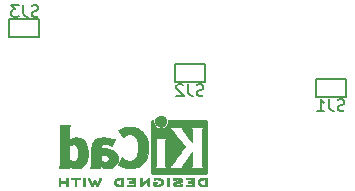
<source format=gbo>
G04 #@! TF.FileFunction,Legend,Bot*
%FSLAX46Y46*%
G04 Gerber Fmt 4.6, Leading zero omitted, Abs format (unit mm)*
G04 Created by KiCad (PCBNEW 4.0.7) date 06/19/18 09:28:48*
%MOMM*%
%LPD*%
G01*
G04 APERTURE LIST*
%ADD10C,0.100000*%
%ADD11C,0.150000*%
%ADD12C,0.010000*%
G04 APERTURE END LIST*
D10*
D11*
X65258000Y-88150000D02*
X62758000Y-88150000D01*
X62758000Y-88150000D02*
X62758000Y-89650000D01*
X62758000Y-89650000D02*
X65258000Y-89650000D01*
X65258000Y-89650000D02*
X65258000Y-88150000D01*
X53320000Y-86880000D02*
X50820000Y-86880000D01*
X50820000Y-86880000D02*
X50820000Y-88380000D01*
X50820000Y-88380000D02*
X53320000Y-88380000D01*
X53320000Y-88380000D02*
X53320000Y-86880000D01*
D12*
G36*
X53365371Y-96503066D02*
X53325889Y-96503467D01*
X53210200Y-96506259D01*
X53113311Y-96514550D01*
X53031919Y-96529232D01*
X52962723Y-96551193D01*
X52902420Y-96581322D01*
X52847708Y-96620510D01*
X52828167Y-96637532D01*
X52795750Y-96677363D01*
X52766520Y-96731413D01*
X52743991Y-96791323D01*
X52731679Y-96848739D01*
X52730400Y-96869956D01*
X52738417Y-96928769D01*
X52759899Y-96993013D01*
X52790999Y-97053821D01*
X52827866Y-97102330D01*
X52833854Y-97108182D01*
X52884579Y-97149321D01*
X52940125Y-97181435D01*
X53003696Y-97205365D01*
X53078494Y-97221953D01*
X53167722Y-97232041D01*
X53274582Y-97236469D01*
X53323528Y-97236845D01*
X53385762Y-97236545D01*
X53429528Y-97235292D01*
X53458931Y-97232554D01*
X53478079Y-97227801D01*
X53491077Y-97220501D01*
X53498045Y-97214267D01*
X53504626Y-97206694D01*
X53509788Y-97196924D01*
X53513703Y-97182340D01*
X53516543Y-97160326D01*
X53518480Y-97128264D01*
X53519684Y-97083536D01*
X53520328Y-97023526D01*
X53520583Y-96945617D01*
X53520622Y-96869956D01*
X53520870Y-96769041D01*
X53520817Y-96688427D01*
X53519857Y-96649822D01*
X53373867Y-96649822D01*
X53373867Y-97090089D01*
X53280734Y-97090004D01*
X53224693Y-97088396D01*
X53165999Y-97084256D01*
X53117028Y-97078464D01*
X53115538Y-97078226D01*
X53036392Y-97059090D01*
X52975002Y-97029287D01*
X52928305Y-96986878D01*
X52898635Y-96940961D01*
X52880353Y-96890026D01*
X52881771Y-96842200D01*
X52902988Y-96790933D01*
X52944489Y-96737899D01*
X53001998Y-96698600D01*
X53076750Y-96672331D01*
X53126708Y-96663035D01*
X53183416Y-96656507D01*
X53243519Y-96651782D01*
X53294639Y-96649817D01*
X53297667Y-96649808D01*
X53373867Y-96649822D01*
X53519857Y-96649822D01*
X53519260Y-96625851D01*
X53514998Y-96579055D01*
X53506830Y-96545778D01*
X53493556Y-96523759D01*
X53473974Y-96510739D01*
X53446883Y-96504457D01*
X53411082Y-96502653D01*
X53365371Y-96503066D01*
X53365371Y-96503066D01*
G37*
X53365371Y-96503066D02*
X53325889Y-96503467D01*
X53210200Y-96506259D01*
X53113311Y-96514550D01*
X53031919Y-96529232D01*
X52962723Y-96551193D01*
X52902420Y-96581322D01*
X52847708Y-96620510D01*
X52828167Y-96637532D01*
X52795750Y-96677363D01*
X52766520Y-96731413D01*
X52743991Y-96791323D01*
X52731679Y-96848739D01*
X52730400Y-96869956D01*
X52738417Y-96928769D01*
X52759899Y-96993013D01*
X52790999Y-97053821D01*
X52827866Y-97102330D01*
X52833854Y-97108182D01*
X52884579Y-97149321D01*
X52940125Y-97181435D01*
X53003696Y-97205365D01*
X53078494Y-97221953D01*
X53167722Y-97232041D01*
X53274582Y-97236469D01*
X53323528Y-97236845D01*
X53385762Y-97236545D01*
X53429528Y-97235292D01*
X53458931Y-97232554D01*
X53478079Y-97227801D01*
X53491077Y-97220501D01*
X53498045Y-97214267D01*
X53504626Y-97206694D01*
X53509788Y-97196924D01*
X53513703Y-97182340D01*
X53516543Y-97160326D01*
X53518480Y-97128264D01*
X53519684Y-97083536D01*
X53520328Y-97023526D01*
X53520583Y-96945617D01*
X53520622Y-96869956D01*
X53520870Y-96769041D01*
X53520817Y-96688427D01*
X53519857Y-96649822D01*
X53373867Y-96649822D01*
X53373867Y-97090089D01*
X53280734Y-97090004D01*
X53224693Y-97088396D01*
X53165999Y-97084256D01*
X53117028Y-97078464D01*
X53115538Y-97078226D01*
X53036392Y-97059090D01*
X52975002Y-97029287D01*
X52928305Y-96986878D01*
X52898635Y-96940961D01*
X52880353Y-96890026D01*
X52881771Y-96842200D01*
X52902988Y-96790933D01*
X52944489Y-96737899D01*
X53001998Y-96698600D01*
X53076750Y-96672331D01*
X53126708Y-96663035D01*
X53183416Y-96656507D01*
X53243519Y-96651782D01*
X53294639Y-96649817D01*
X53297667Y-96649808D01*
X53373867Y-96649822D01*
X53519857Y-96649822D01*
X53519260Y-96625851D01*
X53514998Y-96579055D01*
X53506830Y-96545778D01*
X53493556Y-96523759D01*
X53473974Y-96510739D01*
X53446883Y-96504457D01*
X53411082Y-96502653D01*
X53365371Y-96503066D01*
G36*
X51956794Y-96503146D02*
X51887386Y-96503518D01*
X51834997Y-96504385D01*
X51796847Y-96505946D01*
X51770159Y-96508403D01*
X51752153Y-96511957D01*
X51740049Y-96516810D01*
X51731069Y-96523161D01*
X51727818Y-96526084D01*
X51708043Y-96557142D01*
X51704482Y-96592828D01*
X51717491Y-96624510D01*
X51723506Y-96630913D01*
X51733235Y-96637121D01*
X51748901Y-96641910D01*
X51773408Y-96645514D01*
X51809661Y-96648164D01*
X51860565Y-96650095D01*
X51929026Y-96651539D01*
X51991617Y-96652418D01*
X52239334Y-96655467D01*
X52242719Y-96720378D01*
X52246105Y-96785289D01*
X52077958Y-96785289D01*
X52004959Y-96785919D01*
X51951517Y-96788553D01*
X51914628Y-96794309D01*
X51891288Y-96804304D01*
X51878494Y-96819656D01*
X51873242Y-96841482D01*
X51872445Y-96861738D01*
X51874923Y-96886592D01*
X51884277Y-96904906D01*
X51903383Y-96917637D01*
X51935118Y-96925741D01*
X51982359Y-96930176D01*
X52047983Y-96931899D01*
X52083801Y-96932045D01*
X52244978Y-96932045D01*
X52244978Y-97090089D01*
X51996622Y-97090089D01*
X51915213Y-97090202D01*
X51853342Y-97090712D01*
X51807968Y-97091870D01*
X51776054Y-97093930D01*
X51754559Y-97097146D01*
X51740443Y-97101772D01*
X51730668Y-97108059D01*
X51725689Y-97112667D01*
X51708610Y-97139560D01*
X51703111Y-97163467D01*
X51710963Y-97192667D01*
X51725689Y-97214267D01*
X51733546Y-97221066D01*
X51743688Y-97226346D01*
X51758844Y-97230298D01*
X51781741Y-97233113D01*
X51815109Y-97234982D01*
X51861675Y-97236098D01*
X51924167Y-97236651D01*
X52005314Y-97236833D01*
X52047422Y-97236845D01*
X52137598Y-97236765D01*
X52207924Y-97236398D01*
X52261129Y-97235552D01*
X52299940Y-97234036D01*
X52327087Y-97231659D01*
X52345298Y-97228229D01*
X52357300Y-97223554D01*
X52365822Y-97217444D01*
X52369156Y-97214267D01*
X52375755Y-97206670D01*
X52380927Y-97196870D01*
X52384846Y-97182239D01*
X52387684Y-97160152D01*
X52389615Y-97127982D01*
X52390812Y-97083103D01*
X52391448Y-97022889D01*
X52391697Y-96944713D01*
X52391734Y-96871923D01*
X52391700Y-96778707D01*
X52391465Y-96705431D01*
X52390830Y-96649458D01*
X52389594Y-96608151D01*
X52387556Y-96578872D01*
X52384517Y-96558984D01*
X52380277Y-96545850D01*
X52374635Y-96536832D01*
X52367391Y-96529293D01*
X52365606Y-96527612D01*
X52356945Y-96520172D01*
X52346882Y-96514409D01*
X52332625Y-96510112D01*
X52311383Y-96507064D01*
X52280364Y-96505051D01*
X52236777Y-96503860D01*
X52177831Y-96503275D01*
X52100734Y-96503083D01*
X52046001Y-96503067D01*
X51956794Y-96503146D01*
X51956794Y-96503146D01*
G37*
X51956794Y-96503146D02*
X51887386Y-96503518D01*
X51834997Y-96504385D01*
X51796847Y-96505946D01*
X51770159Y-96508403D01*
X51752153Y-96511957D01*
X51740049Y-96516810D01*
X51731069Y-96523161D01*
X51727818Y-96526084D01*
X51708043Y-96557142D01*
X51704482Y-96592828D01*
X51717491Y-96624510D01*
X51723506Y-96630913D01*
X51733235Y-96637121D01*
X51748901Y-96641910D01*
X51773408Y-96645514D01*
X51809661Y-96648164D01*
X51860565Y-96650095D01*
X51929026Y-96651539D01*
X51991617Y-96652418D01*
X52239334Y-96655467D01*
X52242719Y-96720378D01*
X52246105Y-96785289D01*
X52077958Y-96785289D01*
X52004959Y-96785919D01*
X51951517Y-96788553D01*
X51914628Y-96794309D01*
X51891288Y-96804304D01*
X51878494Y-96819656D01*
X51873242Y-96841482D01*
X51872445Y-96861738D01*
X51874923Y-96886592D01*
X51884277Y-96904906D01*
X51903383Y-96917637D01*
X51935118Y-96925741D01*
X51982359Y-96930176D01*
X52047983Y-96931899D01*
X52083801Y-96932045D01*
X52244978Y-96932045D01*
X52244978Y-97090089D01*
X51996622Y-97090089D01*
X51915213Y-97090202D01*
X51853342Y-97090712D01*
X51807968Y-97091870D01*
X51776054Y-97093930D01*
X51754559Y-97097146D01*
X51740443Y-97101772D01*
X51730668Y-97108059D01*
X51725689Y-97112667D01*
X51708610Y-97139560D01*
X51703111Y-97163467D01*
X51710963Y-97192667D01*
X51725689Y-97214267D01*
X51733546Y-97221066D01*
X51743688Y-97226346D01*
X51758844Y-97230298D01*
X51781741Y-97233113D01*
X51815109Y-97234982D01*
X51861675Y-97236098D01*
X51924167Y-97236651D01*
X52005314Y-97236833D01*
X52047422Y-97236845D01*
X52137598Y-97236765D01*
X52207924Y-97236398D01*
X52261129Y-97235552D01*
X52299940Y-97234036D01*
X52327087Y-97231659D01*
X52345298Y-97228229D01*
X52357300Y-97223554D01*
X52365822Y-97217444D01*
X52369156Y-97214267D01*
X52375755Y-97206670D01*
X52380927Y-97196870D01*
X52384846Y-97182239D01*
X52387684Y-97160152D01*
X52389615Y-97127982D01*
X52390812Y-97083103D01*
X52391448Y-97022889D01*
X52391697Y-96944713D01*
X52391734Y-96871923D01*
X52391700Y-96778707D01*
X52391465Y-96705431D01*
X52390830Y-96649458D01*
X52389594Y-96608151D01*
X52387556Y-96578872D01*
X52384517Y-96558984D01*
X52380277Y-96545850D01*
X52374635Y-96536832D01*
X52367391Y-96529293D01*
X52365606Y-96527612D01*
X52356945Y-96520172D01*
X52346882Y-96514409D01*
X52332625Y-96510112D01*
X52311383Y-96507064D01*
X52280364Y-96505051D01*
X52236777Y-96503860D01*
X52177831Y-96503275D01*
X52100734Y-96503083D01*
X52046001Y-96503067D01*
X51956794Y-96503146D01*
G36*
X50935703Y-96504351D02*
X50860888Y-96509581D01*
X50791306Y-96517750D01*
X50731002Y-96528550D01*
X50684020Y-96541673D01*
X50654406Y-96556813D01*
X50649860Y-96561269D01*
X50634054Y-96595850D01*
X50638847Y-96631351D01*
X50663364Y-96661725D01*
X50664534Y-96662596D01*
X50678954Y-96671954D01*
X50694008Y-96676876D01*
X50715005Y-96677473D01*
X50747257Y-96673861D01*
X50796073Y-96666154D01*
X50800000Y-96665505D01*
X50872739Y-96656569D01*
X50951217Y-96652161D01*
X51029927Y-96652119D01*
X51103361Y-96656279D01*
X51166011Y-96664479D01*
X51212370Y-96676557D01*
X51215416Y-96677771D01*
X51249048Y-96696615D01*
X51260864Y-96715685D01*
X51251614Y-96734439D01*
X51222047Y-96752337D01*
X51172911Y-96768837D01*
X51104957Y-96783396D01*
X51059645Y-96790406D01*
X50965456Y-96803889D01*
X50890544Y-96816214D01*
X50831717Y-96828449D01*
X50785785Y-96841661D01*
X50749555Y-96856917D01*
X50719838Y-96875285D01*
X50693442Y-96897831D01*
X50672230Y-96919971D01*
X50647065Y-96950819D01*
X50634681Y-96977345D01*
X50630808Y-97010026D01*
X50630667Y-97021995D01*
X50633576Y-97061712D01*
X50645202Y-97091259D01*
X50665323Y-97117486D01*
X50706216Y-97157576D01*
X50751817Y-97188149D01*
X50805513Y-97210203D01*
X50870692Y-97224735D01*
X50950744Y-97232741D01*
X51049057Y-97235218D01*
X51065289Y-97235177D01*
X51130849Y-97233818D01*
X51195866Y-97230730D01*
X51253252Y-97226356D01*
X51295922Y-97221140D01*
X51299372Y-97220541D01*
X51341796Y-97210491D01*
X51377780Y-97197796D01*
X51398150Y-97186190D01*
X51417107Y-97155572D01*
X51418427Y-97119918D01*
X51402085Y-97088144D01*
X51398429Y-97084551D01*
X51383315Y-97073876D01*
X51364415Y-97069276D01*
X51335162Y-97070059D01*
X51299651Y-97074127D01*
X51259970Y-97077762D01*
X51204345Y-97080828D01*
X51139406Y-97083053D01*
X51071785Y-97084164D01*
X51054000Y-97084237D01*
X50986128Y-97083964D01*
X50936454Y-97082646D01*
X50900610Y-97079827D01*
X50874224Y-97075050D01*
X50852926Y-97067857D01*
X50840126Y-97061867D01*
X50812000Y-97045233D01*
X50794068Y-97030168D01*
X50791447Y-97025897D01*
X50796976Y-97008263D01*
X50823260Y-96991192D01*
X50868478Y-96975458D01*
X50930808Y-96961838D01*
X50949171Y-96958804D01*
X51045090Y-96943738D01*
X51121641Y-96931146D01*
X51181780Y-96920111D01*
X51228460Y-96909720D01*
X51264637Y-96899056D01*
X51293265Y-96887205D01*
X51317298Y-96873251D01*
X51339692Y-96856281D01*
X51363402Y-96835378D01*
X51371380Y-96828049D01*
X51399353Y-96800699D01*
X51414160Y-96779029D01*
X51419952Y-96754232D01*
X51420889Y-96722983D01*
X51410575Y-96661705D01*
X51379752Y-96609640D01*
X51328595Y-96566958D01*
X51257283Y-96533825D01*
X51206400Y-96518964D01*
X51151100Y-96509366D01*
X51084853Y-96503936D01*
X51011706Y-96502367D01*
X50935703Y-96504351D01*
X50935703Y-96504351D01*
G37*
X50935703Y-96504351D02*
X50860888Y-96509581D01*
X50791306Y-96517750D01*
X50731002Y-96528550D01*
X50684020Y-96541673D01*
X50654406Y-96556813D01*
X50649860Y-96561269D01*
X50634054Y-96595850D01*
X50638847Y-96631351D01*
X50663364Y-96661725D01*
X50664534Y-96662596D01*
X50678954Y-96671954D01*
X50694008Y-96676876D01*
X50715005Y-96677473D01*
X50747257Y-96673861D01*
X50796073Y-96666154D01*
X50800000Y-96665505D01*
X50872739Y-96656569D01*
X50951217Y-96652161D01*
X51029927Y-96652119D01*
X51103361Y-96656279D01*
X51166011Y-96664479D01*
X51212370Y-96676557D01*
X51215416Y-96677771D01*
X51249048Y-96696615D01*
X51260864Y-96715685D01*
X51251614Y-96734439D01*
X51222047Y-96752337D01*
X51172911Y-96768837D01*
X51104957Y-96783396D01*
X51059645Y-96790406D01*
X50965456Y-96803889D01*
X50890544Y-96816214D01*
X50831717Y-96828449D01*
X50785785Y-96841661D01*
X50749555Y-96856917D01*
X50719838Y-96875285D01*
X50693442Y-96897831D01*
X50672230Y-96919971D01*
X50647065Y-96950819D01*
X50634681Y-96977345D01*
X50630808Y-97010026D01*
X50630667Y-97021995D01*
X50633576Y-97061712D01*
X50645202Y-97091259D01*
X50665323Y-97117486D01*
X50706216Y-97157576D01*
X50751817Y-97188149D01*
X50805513Y-97210203D01*
X50870692Y-97224735D01*
X50950744Y-97232741D01*
X51049057Y-97235218D01*
X51065289Y-97235177D01*
X51130849Y-97233818D01*
X51195866Y-97230730D01*
X51253252Y-97226356D01*
X51295922Y-97221140D01*
X51299372Y-97220541D01*
X51341796Y-97210491D01*
X51377780Y-97197796D01*
X51398150Y-97186190D01*
X51417107Y-97155572D01*
X51418427Y-97119918D01*
X51402085Y-97088144D01*
X51398429Y-97084551D01*
X51383315Y-97073876D01*
X51364415Y-97069276D01*
X51335162Y-97070059D01*
X51299651Y-97074127D01*
X51259970Y-97077762D01*
X51204345Y-97080828D01*
X51139406Y-97083053D01*
X51071785Y-97084164D01*
X51054000Y-97084237D01*
X50986128Y-97083964D01*
X50936454Y-97082646D01*
X50900610Y-97079827D01*
X50874224Y-97075050D01*
X50852926Y-97067857D01*
X50840126Y-97061867D01*
X50812000Y-97045233D01*
X50794068Y-97030168D01*
X50791447Y-97025897D01*
X50796976Y-97008263D01*
X50823260Y-96991192D01*
X50868478Y-96975458D01*
X50930808Y-96961838D01*
X50949171Y-96958804D01*
X51045090Y-96943738D01*
X51121641Y-96931146D01*
X51181780Y-96920111D01*
X51228460Y-96909720D01*
X51264637Y-96899056D01*
X51293265Y-96887205D01*
X51317298Y-96873251D01*
X51339692Y-96856281D01*
X51363402Y-96835378D01*
X51371380Y-96828049D01*
X51399353Y-96800699D01*
X51414160Y-96779029D01*
X51419952Y-96754232D01*
X51420889Y-96722983D01*
X51410575Y-96661705D01*
X51379752Y-96609640D01*
X51328595Y-96566958D01*
X51257283Y-96533825D01*
X51206400Y-96518964D01*
X51151100Y-96509366D01*
X51084853Y-96503936D01*
X51011706Y-96502367D01*
X50935703Y-96504351D01*
G36*
X50167822Y-96525645D02*
X50161242Y-96533218D01*
X50156079Y-96542987D01*
X50152164Y-96557571D01*
X50149324Y-96579585D01*
X50147387Y-96611648D01*
X50146183Y-96656375D01*
X50145539Y-96716385D01*
X50145284Y-96794294D01*
X50145245Y-96869956D01*
X50145314Y-96963802D01*
X50145638Y-97037689D01*
X50146386Y-97094232D01*
X50147732Y-97136049D01*
X50149846Y-97165757D01*
X50152900Y-97185973D01*
X50157066Y-97199314D01*
X50162516Y-97208398D01*
X50167822Y-97214267D01*
X50200826Y-97233947D01*
X50235991Y-97232181D01*
X50267455Y-97210717D01*
X50274684Y-97202337D01*
X50280334Y-97192614D01*
X50284599Y-97178861D01*
X50287673Y-97158389D01*
X50289752Y-97128512D01*
X50291030Y-97086541D01*
X50291701Y-97029789D01*
X50291959Y-96955567D01*
X50292000Y-96871537D01*
X50292000Y-96558485D01*
X50264291Y-96530776D01*
X50230137Y-96507463D01*
X50197006Y-96506623D01*
X50167822Y-96525645D01*
X50167822Y-96525645D01*
G37*
X50167822Y-96525645D02*
X50161242Y-96533218D01*
X50156079Y-96542987D01*
X50152164Y-96557571D01*
X50149324Y-96579585D01*
X50147387Y-96611648D01*
X50146183Y-96656375D01*
X50145539Y-96716385D01*
X50145284Y-96794294D01*
X50145245Y-96869956D01*
X50145314Y-96963802D01*
X50145638Y-97037689D01*
X50146386Y-97094232D01*
X50147732Y-97136049D01*
X50149846Y-97165757D01*
X50152900Y-97185973D01*
X50157066Y-97199314D01*
X50162516Y-97208398D01*
X50167822Y-97214267D01*
X50200826Y-97233947D01*
X50235991Y-97232181D01*
X50267455Y-97210717D01*
X50274684Y-97202337D01*
X50280334Y-97192614D01*
X50284599Y-97178861D01*
X50287673Y-97158389D01*
X50289752Y-97128512D01*
X50291030Y-97086541D01*
X50291701Y-97029789D01*
X50291959Y-96955567D01*
X50292000Y-96871537D01*
X50292000Y-96558485D01*
X50264291Y-96530776D01*
X50230137Y-96507463D01*
X50197006Y-96506623D01*
X50167822Y-96525645D01*
G36*
X49194081Y-96508599D02*
X49125565Y-96520095D01*
X49072943Y-96537967D01*
X49038708Y-96561499D01*
X49029379Y-96574924D01*
X49019893Y-96606148D01*
X49026277Y-96634395D01*
X49046430Y-96661182D01*
X49077745Y-96673713D01*
X49123183Y-96672696D01*
X49158326Y-96665906D01*
X49236419Y-96652971D01*
X49316226Y-96651742D01*
X49405555Y-96662241D01*
X49430229Y-96666690D01*
X49513291Y-96690108D01*
X49578273Y-96724945D01*
X49624461Y-96770604D01*
X49651145Y-96826494D01*
X49656663Y-96855388D01*
X49653051Y-96914012D01*
X49629729Y-96965879D01*
X49588824Y-97009978D01*
X49532459Y-97045299D01*
X49462760Y-97070829D01*
X49381852Y-97085559D01*
X49291860Y-97088478D01*
X49194910Y-97078575D01*
X49189436Y-97077641D01*
X49150875Y-97070459D01*
X49129494Y-97063521D01*
X49120227Y-97053227D01*
X49118006Y-97035976D01*
X49117956Y-97026841D01*
X49117956Y-96988489D01*
X49186431Y-96988489D01*
X49246900Y-96984347D01*
X49288165Y-96971147D01*
X49312175Y-96947730D01*
X49320877Y-96912936D01*
X49320983Y-96908394D01*
X49315892Y-96878654D01*
X49298433Y-96857419D01*
X49265939Y-96843366D01*
X49215743Y-96835173D01*
X49167123Y-96832161D01*
X49096456Y-96830433D01*
X49045198Y-96833070D01*
X49010239Y-96842800D01*
X48988470Y-96862353D01*
X48976780Y-96894456D01*
X48972060Y-96941838D01*
X48971200Y-97004071D01*
X48972609Y-97073535D01*
X48976848Y-97120786D01*
X48983936Y-97146012D01*
X48985311Y-97147988D01*
X49024228Y-97179508D01*
X49081286Y-97204470D01*
X49152869Y-97222340D01*
X49235358Y-97232586D01*
X49325139Y-97234673D01*
X49418592Y-97228068D01*
X49473556Y-97219956D01*
X49559766Y-97195554D01*
X49639892Y-97155662D01*
X49706977Y-97103887D01*
X49717173Y-97093539D01*
X49750302Y-97050035D01*
X49780194Y-96996118D01*
X49803357Y-96939592D01*
X49816298Y-96888259D01*
X49817858Y-96868544D01*
X49811218Y-96827419D01*
X49793568Y-96776252D01*
X49768297Y-96722394D01*
X49738789Y-96673195D01*
X49712719Y-96640334D01*
X49651765Y-96591452D01*
X49572969Y-96552545D01*
X49479157Y-96524494D01*
X49373150Y-96508179D01*
X49276000Y-96504192D01*
X49194081Y-96508599D01*
X49194081Y-96508599D01*
G37*
X49194081Y-96508599D02*
X49125565Y-96520095D01*
X49072943Y-96537967D01*
X49038708Y-96561499D01*
X49029379Y-96574924D01*
X49019893Y-96606148D01*
X49026277Y-96634395D01*
X49046430Y-96661182D01*
X49077745Y-96673713D01*
X49123183Y-96672696D01*
X49158326Y-96665906D01*
X49236419Y-96652971D01*
X49316226Y-96651742D01*
X49405555Y-96662241D01*
X49430229Y-96666690D01*
X49513291Y-96690108D01*
X49578273Y-96724945D01*
X49624461Y-96770604D01*
X49651145Y-96826494D01*
X49656663Y-96855388D01*
X49653051Y-96914012D01*
X49629729Y-96965879D01*
X49588824Y-97009978D01*
X49532459Y-97045299D01*
X49462760Y-97070829D01*
X49381852Y-97085559D01*
X49291860Y-97088478D01*
X49194910Y-97078575D01*
X49189436Y-97077641D01*
X49150875Y-97070459D01*
X49129494Y-97063521D01*
X49120227Y-97053227D01*
X49118006Y-97035976D01*
X49117956Y-97026841D01*
X49117956Y-96988489D01*
X49186431Y-96988489D01*
X49246900Y-96984347D01*
X49288165Y-96971147D01*
X49312175Y-96947730D01*
X49320877Y-96912936D01*
X49320983Y-96908394D01*
X49315892Y-96878654D01*
X49298433Y-96857419D01*
X49265939Y-96843366D01*
X49215743Y-96835173D01*
X49167123Y-96832161D01*
X49096456Y-96830433D01*
X49045198Y-96833070D01*
X49010239Y-96842800D01*
X48988470Y-96862353D01*
X48976780Y-96894456D01*
X48972060Y-96941838D01*
X48971200Y-97004071D01*
X48972609Y-97073535D01*
X48976848Y-97120786D01*
X48983936Y-97146012D01*
X48985311Y-97147988D01*
X49024228Y-97179508D01*
X49081286Y-97204470D01*
X49152869Y-97222340D01*
X49235358Y-97232586D01*
X49325139Y-97234673D01*
X49418592Y-97228068D01*
X49473556Y-97219956D01*
X49559766Y-97195554D01*
X49639892Y-97155662D01*
X49706977Y-97103887D01*
X49717173Y-97093539D01*
X49750302Y-97050035D01*
X49780194Y-96996118D01*
X49803357Y-96939592D01*
X49816298Y-96888259D01*
X49817858Y-96868544D01*
X49811218Y-96827419D01*
X49793568Y-96776252D01*
X49768297Y-96722394D01*
X49738789Y-96673195D01*
X49712719Y-96640334D01*
X49651765Y-96591452D01*
X49572969Y-96552545D01*
X49479157Y-96524494D01*
X49373150Y-96508179D01*
X49276000Y-96504192D01*
X49194081Y-96508599D01*
G36*
X48544114Y-96507448D02*
X48520548Y-96521273D01*
X48489735Y-96543881D01*
X48450078Y-96576338D01*
X48399980Y-96619708D01*
X48337843Y-96675058D01*
X48262072Y-96743451D01*
X48175334Y-96822084D01*
X47994711Y-96985878D01*
X47989067Y-96766029D01*
X47987029Y-96690351D01*
X47985063Y-96633994D01*
X47982734Y-96593706D01*
X47979606Y-96566235D01*
X47975245Y-96548329D01*
X47969216Y-96536737D01*
X47961084Y-96528208D01*
X47956772Y-96524623D01*
X47922241Y-96505670D01*
X47889383Y-96508441D01*
X47863318Y-96524633D01*
X47836667Y-96546199D01*
X47833352Y-96861151D01*
X47832435Y-96953779D01*
X47831968Y-97026544D01*
X47832113Y-97082161D01*
X47833032Y-97123342D01*
X47834887Y-97152803D01*
X47837839Y-97173255D01*
X47842050Y-97187413D01*
X47847682Y-97197991D01*
X47853927Y-97206474D01*
X47867439Y-97222207D01*
X47880883Y-97232636D01*
X47896124Y-97236639D01*
X47915026Y-97233094D01*
X47939455Y-97220879D01*
X47971273Y-97198871D01*
X48012348Y-97165949D01*
X48064542Y-97120991D01*
X48129722Y-97062875D01*
X48203556Y-96996099D01*
X48468845Y-96755458D01*
X48474489Y-96974589D01*
X48476531Y-97050128D01*
X48478502Y-97106354D01*
X48480839Y-97146524D01*
X48483981Y-97173896D01*
X48488364Y-97191728D01*
X48494424Y-97203279D01*
X48502600Y-97211807D01*
X48506784Y-97215282D01*
X48543765Y-97234372D01*
X48578708Y-97231493D01*
X48609136Y-97207100D01*
X48616097Y-97197286D01*
X48621523Y-97185826D01*
X48625603Y-97169968D01*
X48628529Y-97146963D01*
X48630492Y-97114062D01*
X48631683Y-97068516D01*
X48632292Y-97007573D01*
X48632511Y-96928486D01*
X48632534Y-96869956D01*
X48632460Y-96778407D01*
X48632113Y-96706687D01*
X48631301Y-96652045D01*
X48629833Y-96611732D01*
X48627519Y-96582998D01*
X48624167Y-96563093D01*
X48619588Y-96549268D01*
X48613589Y-96538772D01*
X48609136Y-96532811D01*
X48597850Y-96518691D01*
X48587301Y-96508029D01*
X48575893Y-96501892D01*
X48562030Y-96501343D01*
X48544114Y-96507448D01*
X48544114Y-96507448D01*
G37*
X48544114Y-96507448D02*
X48520548Y-96521273D01*
X48489735Y-96543881D01*
X48450078Y-96576338D01*
X48399980Y-96619708D01*
X48337843Y-96675058D01*
X48262072Y-96743451D01*
X48175334Y-96822084D01*
X47994711Y-96985878D01*
X47989067Y-96766029D01*
X47987029Y-96690351D01*
X47985063Y-96633994D01*
X47982734Y-96593706D01*
X47979606Y-96566235D01*
X47975245Y-96548329D01*
X47969216Y-96536737D01*
X47961084Y-96528208D01*
X47956772Y-96524623D01*
X47922241Y-96505670D01*
X47889383Y-96508441D01*
X47863318Y-96524633D01*
X47836667Y-96546199D01*
X47833352Y-96861151D01*
X47832435Y-96953779D01*
X47831968Y-97026544D01*
X47832113Y-97082161D01*
X47833032Y-97123342D01*
X47834887Y-97152803D01*
X47837839Y-97173255D01*
X47842050Y-97187413D01*
X47847682Y-97197991D01*
X47853927Y-97206474D01*
X47867439Y-97222207D01*
X47880883Y-97232636D01*
X47896124Y-97236639D01*
X47915026Y-97233094D01*
X47939455Y-97220879D01*
X47971273Y-97198871D01*
X48012348Y-97165949D01*
X48064542Y-97120991D01*
X48129722Y-97062875D01*
X48203556Y-96996099D01*
X48468845Y-96755458D01*
X48474489Y-96974589D01*
X48476531Y-97050128D01*
X48478502Y-97106354D01*
X48480839Y-97146524D01*
X48483981Y-97173896D01*
X48488364Y-97191728D01*
X48494424Y-97203279D01*
X48502600Y-97211807D01*
X48506784Y-97215282D01*
X48543765Y-97234372D01*
X48578708Y-97231493D01*
X48609136Y-97207100D01*
X48616097Y-97197286D01*
X48621523Y-97185826D01*
X48625603Y-97169968D01*
X48628529Y-97146963D01*
X48630492Y-97114062D01*
X48631683Y-97068516D01*
X48632292Y-97007573D01*
X48632511Y-96928486D01*
X48632534Y-96869956D01*
X48632460Y-96778407D01*
X48632113Y-96706687D01*
X48631301Y-96652045D01*
X48629833Y-96611732D01*
X48627519Y-96582998D01*
X48624167Y-96563093D01*
X48619588Y-96549268D01*
X48613589Y-96538772D01*
X48609136Y-96532811D01*
X48597850Y-96518691D01*
X48587301Y-96508029D01*
X48575893Y-96501892D01*
X48562030Y-96501343D01*
X48544114Y-96507448D01*
G36*
X47013657Y-96503260D02*
X46937299Y-96504174D01*
X46878783Y-96506311D01*
X46835745Y-96510175D01*
X46805817Y-96516267D01*
X46786632Y-96525090D01*
X46775824Y-96537146D01*
X46771027Y-96552939D01*
X46769873Y-96572970D01*
X46769867Y-96575335D01*
X46770869Y-96597992D01*
X46775604Y-96615503D01*
X46786667Y-96628574D01*
X46806652Y-96637913D01*
X46838154Y-96644227D01*
X46883768Y-96648222D01*
X46946087Y-96650606D01*
X47027707Y-96652086D01*
X47052723Y-96652414D01*
X47294800Y-96655467D01*
X47298186Y-96720378D01*
X47301571Y-96785289D01*
X47133424Y-96785289D01*
X47067734Y-96785531D01*
X47020828Y-96786556D01*
X46988917Y-96788811D01*
X46968209Y-96792742D01*
X46954916Y-96798798D01*
X46945245Y-96807424D01*
X46945183Y-96807493D01*
X46927644Y-96841112D01*
X46928278Y-96877448D01*
X46946686Y-96908423D01*
X46950329Y-96911607D01*
X46963259Y-96919812D01*
X46980976Y-96925521D01*
X47007430Y-96929162D01*
X47046568Y-96931167D01*
X47102338Y-96931964D01*
X47138006Y-96932045D01*
X47300445Y-96932045D01*
X47300445Y-97090089D01*
X47053839Y-97090089D01*
X46972420Y-97090231D01*
X46910590Y-97090814D01*
X46865363Y-97092068D01*
X46833752Y-97094227D01*
X46812769Y-97097523D01*
X46799427Y-97102189D01*
X46790739Y-97108457D01*
X46788550Y-97110733D01*
X46772386Y-97142280D01*
X46771203Y-97178168D01*
X46784464Y-97209285D01*
X46794957Y-97219271D01*
X46805871Y-97224769D01*
X46822783Y-97229022D01*
X46848367Y-97232180D01*
X46885299Y-97234392D01*
X46936254Y-97235806D01*
X47003906Y-97236572D01*
X47090931Y-97236838D01*
X47110606Y-97236845D01*
X47199089Y-97236787D01*
X47267773Y-97236467D01*
X47319436Y-97235667D01*
X47356855Y-97234167D01*
X47382810Y-97231749D01*
X47400078Y-97228194D01*
X47411438Y-97223282D01*
X47419668Y-97216795D01*
X47424183Y-97212138D01*
X47430979Y-97203889D01*
X47436288Y-97193669D01*
X47440294Y-97178800D01*
X47443179Y-97156602D01*
X47445126Y-97124393D01*
X47446319Y-97079496D01*
X47446939Y-97019228D01*
X47447171Y-96940911D01*
X47447200Y-96874994D01*
X47447129Y-96782628D01*
X47446792Y-96710117D01*
X47446002Y-96654737D01*
X47444574Y-96613765D01*
X47442321Y-96584478D01*
X47439057Y-96564153D01*
X47434596Y-96550066D01*
X47428752Y-96539495D01*
X47423803Y-96532811D01*
X47400406Y-96503067D01*
X47110226Y-96503067D01*
X47013657Y-96503260D01*
X47013657Y-96503260D01*
G37*
X47013657Y-96503260D02*
X46937299Y-96504174D01*
X46878783Y-96506311D01*
X46835745Y-96510175D01*
X46805817Y-96516267D01*
X46786632Y-96525090D01*
X46775824Y-96537146D01*
X46771027Y-96552939D01*
X46769873Y-96572970D01*
X46769867Y-96575335D01*
X46770869Y-96597992D01*
X46775604Y-96615503D01*
X46786667Y-96628574D01*
X46806652Y-96637913D01*
X46838154Y-96644227D01*
X46883768Y-96648222D01*
X46946087Y-96650606D01*
X47027707Y-96652086D01*
X47052723Y-96652414D01*
X47294800Y-96655467D01*
X47298186Y-96720378D01*
X47301571Y-96785289D01*
X47133424Y-96785289D01*
X47067734Y-96785531D01*
X47020828Y-96786556D01*
X46988917Y-96788811D01*
X46968209Y-96792742D01*
X46954916Y-96798798D01*
X46945245Y-96807424D01*
X46945183Y-96807493D01*
X46927644Y-96841112D01*
X46928278Y-96877448D01*
X46946686Y-96908423D01*
X46950329Y-96911607D01*
X46963259Y-96919812D01*
X46980976Y-96925521D01*
X47007430Y-96929162D01*
X47046568Y-96931167D01*
X47102338Y-96931964D01*
X47138006Y-96932045D01*
X47300445Y-96932045D01*
X47300445Y-97090089D01*
X47053839Y-97090089D01*
X46972420Y-97090231D01*
X46910590Y-97090814D01*
X46865363Y-97092068D01*
X46833752Y-97094227D01*
X46812769Y-97097523D01*
X46799427Y-97102189D01*
X46790739Y-97108457D01*
X46788550Y-97110733D01*
X46772386Y-97142280D01*
X46771203Y-97178168D01*
X46784464Y-97209285D01*
X46794957Y-97219271D01*
X46805871Y-97224769D01*
X46822783Y-97229022D01*
X46848367Y-97232180D01*
X46885299Y-97234392D01*
X46936254Y-97235806D01*
X47003906Y-97236572D01*
X47090931Y-97236838D01*
X47110606Y-97236845D01*
X47199089Y-97236787D01*
X47267773Y-97236467D01*
X47319436Y-97235667D01*
X47356855Y-97234167D01*
X47382810Y-97231749D01*
X47400078Y-97228194D01*
X47411438Y-97223282D01*
X47419668Y-97216795D01*
X47424183Y-97212138D01*
X47430979Y-97203889D01*
X47436288Y-97193669D01*
X47440294Y-97178800D01*
X47443179Y-97156602D01*
X47445126Y-97124393D01*
X47446319Y-97079496D01*
X47446939Y-97019228D01*
X47447171Y-96940911D01*
X47447200Y-96874994D01*
X47447129Y-96782628D01*
X47446792Y-96710117D01*
X47446002Y-96654737D01*
X47444574Y-96613765D01*
X47442321Y-96584478D01*
X47439057Y-96564153D01*
X47434596Y-96550066D01*
X47428752Y-96539495D01*
X47423803Y-96532811D01*
X47400406Y-96503067D01*
X47110226Y-96503067D01*
X47013657Y-96503260D01*
G36*
X46225691Y-96503275D02*
X46096712Y-96507636D01*
X45987009Y-96520861D01*
X45894774Y-96543741D01*
X45818198Y-96577070D01*
X45755473Y-96621638D01*
X45704788Y-96678236D01*
X45664337Y-96747658D01*
X45663541Y-96749351D01*
X45639399Y-96811483D01*
X45630797Y-96866509D01*
X45637769Y-96921887D01*
X45660346Y-96985073D01*
X45664628Y-96994689D01*
X45693828Y-97050966D01*
X45726644Y-97094451D01*
X45768998Y-97131417D01*
X45826810Y-97168135D01*
X45830169Y-97170052D01*
X45880496Y-97194227D01*
X45937379Y-97212282D01*
X46004473Y-97224839D01*
X46085435Y-97232522D01*
X46183918Y-97235953D01*
X46218714Y-97236251D01*
X46384406Y-97236845D01*
X46407803Y-97207100D01*
X46414743Y-97197319D01*
X46420158Y-97185897D01*
X46424235Y-97170095D01*
X46427163Y-97147175D01*
X46429133Y-97114396D01*
X46429775Y-97090089D01*
X46273156Y-97090089D01*
X46179274Y-97090089D01*
X46124336Y-97088483D01*
X46067940Y-97084255D01*
X46021655Y-97078292D01*
X46018861Y-97077790D01*
X45936652Y-97055736D01*
X45872886Y-97022600D01*
X45825548Y-96976847D01*
X45792618Y-96916939D01*
X45786892Y-96901061D01*
X45781279Y-96876333D01*
X45783709Y-96851902D01*
X45795533Y-96819400D01*
X45802660Y-96803434D01*
X45826000Y-96761006D01*
X45854120Y-96731240D01*
X45885060Y-96710511D01*
X45947034Y-96683537D01*
X46026349Y-96663998D01*
X46118747Y-96652746D01*
X46185667Y-96650270D01*
X46273156Y-96649822D01*
X46273156Y-97090089D01*
X46429775Y-97090089D01*
X46430332Y-97069021D01*
X46430950Y-97008311D01*
X46431175Y-96929526D01*
X46431200Y-96867920D01*
X46431200Y-96558485D01*
X46403491Y-96530776D01*
X46391194Y-96519544D01*
X46377897Y-96511853D01*
X46359328Y-96507040D01*
X46331214Y-96504446D01*
X46289283Y-96503410D01*
X46229263Y-96503270D01*
X46225691Y-96503275D01*
X46225691Y-96503275D01*
G37*
X46225691Y-96503275D02*
X46096712Y-96507636D01*
X45987009Y-96520861D01*
X45894774Y-96543741D01*
X45818198Y-96577070D01*
X45755473Y-96621638D01*
X45704788Y-96678236D01*
X45664337Y-96747658D01*
X45663541Y-96749351D01*
X45639399Y-96811483D01*
X45630797Y-96866509D01*
X45637769Y-96921887D01*
X45660346Y-96985073D01*
X45664628Y-96994689D01*
X45693828Y-97050966D01*
X45726644Y-97094451D01*
X45768998Y-97131417D01*
X45826810Y-97168135D01*
X45830169Y-97170052D01*
X45880496Y-97194227D01*
X45937379Y-97212282D01*
X46004473Y-97224839D01*
X46085435Y-97232522D01*
X46183918Y-97235953D01*
X46218714Y-97236251D01*
X46384406Y-97236845D01*
X46407803Y-97207100D01*
X46414743Y-97197319D01*
X46420158Y-97185897D01*
X46424235Y-97170095D01*
X46427163Y-97147175D01*
X46429133Y-97114396D01*
X46429775Y-97090089D01*
X46273156Y-97090089D01*
X46179274Y-97090089D01*
X46124336Y-97088483D01*
X46067940Y-97084255D01*
X46021655Y-97078292D01*
X46018861Y-97077790D01*
X45936652Y-97055736D01*
X45872886Y-97022600D01*
X45825548Y-96976847D01*
X45792618Y-96916939D01*
X45786892Y-96901061D01*
X45781279Y-96876333D01*
X45783709Y-96851902D01*
X45795533Y-96819400D01*
X45802660Y-96803434D01*
X45826000Y-96761006D01*
X45854120Y-96731240D01*
X45885060Y-96710511D01*
X45947034Y-96683537D01*
X46026349Y-96663998D01*
X46118747Y-96652746D01*
X46185667Y-96650270D01*
X46273156Y-96649822D01*
X46273156Y-97090089D01*
X46429775Y-97090089D01*
X46430332Y-97069021D01*
X46430950Y-97008311D01*
X46431175Y-96929526D01*
X46431200Y-96867920D01*
X46431200Y-96558485D01*
X46403491Y-96530776D01*
X46391194Y-96519544D01*
X46377897Y-96511853D01*
X46359328Y-96507040D01*
X46331214Y-96504446D01*
X46289283Y-96503410D01*
X46229263Y-96503270D01*
X46225691Y-96503275D01*
G36*
X43499335Y-96505034D02*
X43479745Y-96512035D01*
X43478990Y-96512377D01*
X43452387Y-96532678D01*
X43437730Y-96553561D01*
X43434862Y-96563352D01*
X43435004Y-96576361D01*
X43439039Y-96594895D01*
X43447854Y-96621257D01*
X43462331Y-96657752D01*
X43483355Y-96706687D01*
X43511812Y-96770365D01*
X43548585Y-96851093D01*
X43568825Y-96895216D01*
X43605375Y-96973985D01*
X43639685Y-97046423D01*
X43670448Y-97109880D01*
X43696352Y-97161708D01*
X43716090Y-97199259D01*
X43728350Y-97219884D01*
X43730776Y-97222733D01*
X43761817Y-97235302D01*
X43796879Y-97233619D01*
X43825000Y-97218332D01*
X43826146Y-97217089D01*
X43837332Y-97200154D01*
X43856096Y-97167170D01*
X43880125Y-97122380D01*
X43907103Y-97070032D01*
X43916799Y-97050742D01*
X43989986Y-96904150D01*
X44069760Y-97063393D01*
X44098233Y-97118415D01*
X44124650Y-97166132D01*
X44146852Y-97202893D01*
X44162681Y-97225044D01*
X44168046Y-97229741D01*
X44209743Y-97236102D01*
X44244151Y-97222733D01*
X44254272Y-97208446D01*
X44271786Y-97176692D01*
X44295265Y-97130597D01*
X44323280Y-97073285D01*
X44354401Y-97007880D01*
X44387201Y-96937507D01*
X44420250Y-96865291D01*
X44452119Y-96794355D01*
X44481381Y-96727825D01*
X44506605Y-96668826D01*
X44526364Y-96620481D01*
X44539228Y-96585915D01*
X44543769Y-96568253D01*
X44543723Y-96567613D01*
X44532674Y-96545388D01*
X44510590Y-96522753D01*
X44509290Y-96521768D01*
X44482147Y-96506425D01*
X44457042Y-96506574D01*
X44447632Y-96509466D01*
X44436166Y-96515718D01*
X44423990Y-96528014D01*
X44409643Y-96548908D01*
X44391664Y-96580949D01*
X44368593Y-96626688D01*
X44338970Y-96688677D01*
X44312255Y-96745898D01*
X44281520Y-96812226D01*
X44253979Y-96871874D01*
X44231062Y-96921725D01*
X44214202Y-96958664D01*
X44204827Y-96979573D01*
X44203460Y-96982845D01*
X44197311Y-96977497D01*
X44183178Y-96955109D01*
X44162943Y-96918946D01*
X44138485Y-96872277D01*
X44128752Y-96853022D01*
X44095783Y-96788004D01*
X44070357Y-96740654D01*
X44050388Y-96708219D01*
X44033790Y-96687946D01*
X44018476Y-96677082D01*
X44002360Y-96672875D01*
X43991857Y-96672400D01*
X43973330Y-96674042D01*
X43957096Y-96680831D01*
X43940965Y-96695566D01*
X43922749Y-96721044D01*
X43900261Y-96760061D01*
X43871311Y-96815414D01*
X43855338Y-96846903D01*
X43829430Y-96897087D01*
X43806833Y-96938704D01*
X43789542Y-96968242D01*
X43779550Y-96982189D01*
X43778191Y-96982770D01*
X43771739Y-96971793D01*
X43757292Y-96943290D01*
X43736297Y-96900244D01*
X43710203Y-96845638D01*
X43680454Y-96782454D01*
X43665820Y-96751071D01*
X43627750Y-96670078D01*
X43597095Y-96607756D01*
X43572263Y-96562071D01*
X43551663Y-96530989D01*
X43533702Y-96512478D01*
X43516790Y-96504504D01*
X43499335Y-96505034D01*
X43499335Y-96505034D01*
G37*
X43499335Y-96505034D02*
X43479745Y-96512035D01*
X43478990Y-96512377D01*
X43452387Y-96532678D01*
X43437730Y-96553561D01*
X43434862Y-96563352D01*
X43435004Y-96576361D01*
X43439039Y-96594895D01*
X43447854Y-96621257D01*
X43462331Y-96657752D01*
X43483355Y-96706687D01*
X43511812Y-96770365D01*
X43548585Y-96851093D01*
X43568825Y-96895216D01*
X43605375Y-96973985D01*
X43639685Y-97046423D01*
X43670448Y-97109880D01*
X43696352Y-97161708D01*
X43716090Y-97199259D01*
X43728350Y-97219884D01*
X43730776Y-97222733D01*
X43761817Y-97235302D01*
X43796879Y-97233619D01*
X43825000Y-97218332D01*
X43826146Y-97217089D01*
X43837332Y-97200154D01*
X43856096Y-97167170D01*
X43880125Y-97122380D01*
X43907103Y-97070032D01*
X43916799Y-97050742D01*
X43989986Y-96904150D01*
X44069760Y-97063393D01*
X44098233Y-97118415D01*
X44124650Y-97166132D01*
X44146852Y-97202893D01*
X44162681Y-97225044D01*
X44168046Y-97229741D01*
X44209743Y-97236102D01*
X44244151Y-97222733D01*
X44254272Y-97208446D01*
X44271786Y-97176692D01*
X44295265Y-97130597D01*
X44323280Y-97073285D01*
X44354401Y-97007880D01*
X44387201Y-96937507D01*
X44420250Y-96865291D01*
X44452119Y-96794355D01*
X44481381Y-96727825D01*
X44506605Y-96668826D01*
X44526364Y-96620481D01*
X44539228Y-96585915D01*
X44543769Y-96568253D01*
X44543723Y-96567613D01*
X44532674Y-96545388D01*
X44510590Y-96522753D01*
X44509290Y-96521768D01*
X44482147Y-96506425D01*
X44457042Y-96506574D01*
X44447632Y-96509466D01*
X44436166Y-96515718D01*
X44423990Y-96528014D01*
X44409643Y-96548908D01*
X44391664Y-96580949D01*
X44368593Y-96626688D01*
X44338970Y-96688677D01*
X44312255Y-96745898D01*
X44281520Y-96812226D01*
X44253979Y-96871874D01*
X44231062Y-96921725D01*
X44214202Y-96958664D01*
X44204827Y-96979573D01*
X44203460Y-96982845D01*
X44197311Y-96977497D01*
X44183178Y-96955109D01*
X44162943Y-96918946D01*
X44138485Y-96872277D01*
X44128752Y-96853022D01*
X44095783Y-96788004D01*
X44070357Y-96740654D01*
X44050388Y-96708219D01*
X44033790Y-96687946D01*
X44018476Y-96677082D01*
X44002360Y-96672875D01*
X43991857Y-96672400D01*
X43973330Y-96674042D01*
X43957096Y-96680831D01*
X43940965Y-96695566D01*
X43922749Y-96721044D01*
X43900261Y-96760061D01*
X43871311Y-96815414D01*
X43855338Y-96846903D01*
X43829430Y-96897087D01*
X43806833Y-96938704D01*
X43789542Y-96968242D01*
X43779550Y-96982189D01*
X43778191Y-96982770D01*
X43771739Y-96971793D01*
X43757292Y-96943290D01*
X43736297Y-96900244D01*
X43710203Y-96845638D01*
X43680454Y-96782454D01*
X43665820Y-96751071D01*
X43627750Y-96670078D01*
X43597095Y-96607756D01*
X43572263Y-96562071D01*
X43551663Y-96530989D01*
X43533702Y-96512478D01*
X43516790Y-96504504D01*
X43499335Y-96505034D01*
G36*
X43055386Y-96509877D02*
X43031673Y-96524647D01*
X43005022Y-96546227D01*
X43005022Y-96867773D01*
X43005107Y-96961830D01*
X43005471Y-97035932D01*
X43006276Y-97092704D01*
X43007687Y-97134768D01*
X43009867Y-97164748D01*
X43012979Y-97185267D01*
X43017186Y-97198949D01*
X43022652Y-97208416D01*
X43026528Y-97213082D01*
X43057966Y-97233575D01*
X43093767Y-97232739D01*
X43125127Y-97215264D01*
X43151778Y-97193684D01*
X43151778Y-96546227D01*
X43125127Y-96524647D01*
X43099406Y-96508949D01*
X43078400Y-96503067D01*
X43055386Y-96509877D01*
X43055386Y-96509877D01*
G37*
X43055386Y-96509877D02*
X43031673Y-96524647D01*
X43005022Y-96546227D01*
X43005022Y-96867773D01*
X43005107Y-96961830D01*
X43005471Y-97035932D01*
X43006276Y-97092704D01*
X43007687Y-97134768D01*
X43009867Y-97164748D01*
X43012979Y-97185267D01*
X43017186Y-97198949D01*
X43022652Y-97208416D01*
X43026528Y-97213082D01*
X43057966Y-97233575D01*
X43093767Y-97232739D01*
X43125127Y-97215264D01*
X43151778Y-97193684D01*
X43151778Y-96546227D01*
X43125127Y-96524647D01*
X43099406Y-96508949D01*
X43078400Y-96503067D01*
X43055386Y-96509877D01*
G36*
X42280935Y-96503163D02*
X42202228Y-96503542D01*
X42141137Y-96504333D01*
X42095183Y-96505670D01*
X42061886Y-96507683D01*
X42038764Y-96510506D01*
X42023338Y-96514269D01*
X42013129Y-96519105D01*
X42008187Y-96522822D01*
X41982543Y-96555358D01*
X41979441Y-96589138D01*
X41995289Y-96619826D01*
X42005652Y-96632089D01*
X42016804Y-96640450D01*
X42032965Y-96645657D01*
X42058358Y-96648457D01*
X42097202Y-96649596D01*
X42153720Y-96649821D01*
X42164820Y-96649822D01*
X42310756Y-96649822D01*
X42310756Y-96920756D01*
X42310852Y-97006154D01*
X42311289Y-97071864D01*
X42312288Y-97120774D01*
X42314072Y-97155773D01*
X42316863Y-97179749D01*
X42320883Y-97195593D01*
X42326355Y-97206191D01*
X42333334Y-97214267D01*
X42366266Y-97234112D01*
X42400646Y-97232548D01*
X42431824Y-97209906D01*
X42434114Y-97207100D01*
X42441571Y-97196492D01*
X42447253Y-97184081D01*
X42451399Y-97166850D01*
X42454250Y-97141784D01*
X42456046Y-97105867D01*
X42457028Y-97056083D01*
X42457436Y-96989417D01*
X42457511Y-96913589D01*
X42457511Y-96649822D01*
X42596873Y-96649822D01*
X42656678Y-96649418D01*
X42698082Y-96647840D01*
X42725252Y-96644547D01*
X42742354Y-96638992D01*
X42753557Y-96630631D01*
X42754917Y-96629178D01*
X42771275Y-96595939D01*
X42769828Y-96558362D01*
X42751022Y-96525645D01*
X42743750Y-96519298D01*
X42734373Y-96514266D01*
X42720391Y-96510396D01*
X42699304Y-96507537D01*
X42668611Y-96505535D01*
X42625811Y-96504239D01*
X42568405Y-96503498D01*
X42493890Y-96503158D01*
X42399767Y-96503068D01*
X42379740Y-96503067D01*
X42280935Y-96503163D01*
X42280935Y-96503163D01*
G37*
X42280935Y-96503163D02*
X42202228Y-96503542D01*
X42141137Y-96504333D01*
X42095183Y-96505670D01*
X42061886Y-96507683D01*
X42038764Y-96510506D01*
X42023338Y-96514269D01*
X42013129Y-96519105D01*
X42008187Y-96522822D01*
X41982543Y-96555358D01*
X41979441Y-96589138D01*
X41995289Y-96619826D01*
X42005652Y-96632089D01*
X42016804Y-96640450D01*
X42032965Y-96645657D01*
X42058358Y-96648457D01*
X42097202Y-96649596D01*
X42153720Y-96649821D01*
X42164820Y-96649822D01*
X42310756Y-96649822D01*
X42310756Y-96920756D01*
X42310852Y-97006154D01*
X42311289Y-97071864D01*
X42312288Y-97120774D01*
X42314072Y-97155773D01*
X42316863Y-97179749D01*
X42320883Y-97195593D01*
X42326355Y-97206191D01*
X42333334Y-97214267D01*
X42366266Y-97234112D01*
X42400646Y-97232548D01*
X42431824Y-97209906D01*
X42434114Y-97207100D01*
X42441571Y-97196492D01*
X42447253Y-97184081D01*
X42451399Y-97166850D01*
X42454250Y-97141784D01*
X42456046Y-97105867D01*
X42457028Y-97056083D01*
X42457436Y-96989417D01*
X42457511Y-96913589D01*
X42457511Y-96649822D01*
X42596873Y-96649822D01*
X42656678Y-96649418D01*
X42698082Y-96647840D01*
X42725252Y-96644547D01*
X42742354Y-96638992D01*
X42753557Y-96630631D01*
X42754917Y-96629178D01*
X42771275Y-96595939D01*
X42769828Y-96558362D01*
X42751022Y-96525645D01*
X42743750Y-96519298D01*
X42734373Y-96514266D01*
X42720391Y-96510396D01*
X42699304Y-96507537D01*
X42668611Y-96505535D01*
X42625811Y-96504239D01*
X42568405Y-96503498D01*
X42493890Y-96503158D01*
X42399767Y-96503068D01*
X42379740Y-96503067D01*
X42280935Y-96503163D01*
G36*
X41015177Y-96508533D02*
X40983798Y-96530776D01*
X40956089Y-96558485D01*
X40956089Y-96867920D01*
X40956162Y-96959799D01*
X40956505Y-97031840D01*
X40957308Y-97086780D01*
X40958759Y-97127360D01*
X40961048Y-97156317D01*
X40964364Y-97176391D01*
X40968895Y-97190321D01*
X40974831Y-97200845D01*
X40979486Y-97207100D01*
X41010217Y-97231673D01*
X41045504Y-97234341D01*
X41077755Y-97219271D01*
X41088412Y-97210374D01*
X41095536Y-97198557D01*
X41099833Y-97179526D01*
X41102009Y-97148992D01*
X41102772Y-97102662D01*
X41102845Y-97066871D01*
X41102845Y-96932045D01*
X41599556Y-96932045D01*
X41599556Y-97054700D01*
X41600069Y-97110787D01*
X41602124Y-97149333D01*
X41606492Y-97175361D01*
X41613944Y-97193897D01*
X41622953Y-97207100D01*
X41653856Y-97231604D01*
X41688804Y-97234506D01*
X41722262Y-97217089D01*
X41731396Y-97207959D01*
X41737848Y-97195855D01*
X41742103Y-97177001D01*
X41744648Y-97147620D01*
X41745971Y-97103937D01*
X41746557Y-97042175D01*
X41746625Y-97028000D01*
X41747109Y-96911631D01*
X41747359Y-96815727D01*
X41747277Y-96738177D01*
X41746769Y-96676869D01*
X41745738Y-96629690D01*
X41744087Y-96594530D01*
X41741721Y-96569276D01*
X41738543Y-96551817D01*
X41734456Y-96540041D01*
X41729366Y-96531835D01*
X41723734Y-96525645D01*
X41691872Y-96505844D01*
X41658643Y-96508533D01*
X41627265Y-96530776D01*
X41614567Y-96545126D01*
X41606474Y-96560978D01*
X41601958Y-96583554D01*
X41599994Y-96618078D01*
X41599556Y-96669776D01*
X41599556Y-96785289D01*
X41102845Y-96785289D01*
X41102845Y-96666756D01*
X41102338Y-96612148D01*
X41100302Y-96575275D01*
X41095965Y-96551307D01*
X41088553Y-96535415D01*
X41080267Y-96525645D01*
X41048406Y-96505844D01*
X41015177Y-96508533D01*
X41015177Y-96508533D01*
G37*
X41015177Y-96508533D02*
X40983798Y-96530776D01*
X40956089Y-96558485D01*
X40956089Y-96867920D01*
X40956162Y-96959799D01*
X40956505Y-97031840D01*
X40957308Y-97086780D01*
X40958759Y-97127360D01*
X40961048Y-97156317D01*
X40964364Y-97176391D01*
X40968895Y-97190321D01*
X40974831Y-97200845D01*
X40979486Y-97207100D01*
X41010217Y-97231673D01*
X41045504Y-97234341D01*
X41077755Y-97219271D01*
X41088412Y-97210374D01*
X41095536Y-97198557D01*
X41099833Y-97179526D01*
X41102009Y-97148992D01*
X41102772Y-97102662D01*
X41102845Y-97066871D01*
X41102845Y-96932045D01*
X41599556Y-96932045D01*
X41599556Y-97054700D01*
X41600069Y-97110787D01*
X41602124Y-97149333D01*
X41606492Y-97175361D01*
X41613944Y-97193897D01*
X41622953Y-97207100D01*
X41653856Y-97231604D01*
X41688804Y-97234506D01*
X41722262Y-97217089D01*
X41731396Y-97207959D01*
X41737848Y-97195855D01*
X41742103Y-97177001D01*
X41744648Y-97147620D01*
X41745971Y-97103937D01*
X41746557Y-97042175D01*
X41746625Y-97028000D01*
X41747109Y-96911631D01*
X41747359Y-96815727D01*
X41747277Y-96738177D01*
X41746769Y-96676869D01*
X41745738Y-96629690D01*
X41744087Y-96594530D01*
X41741721Y-96569276D01*
X41738543Y-96551817D01*
X41734456Y-96540041D01*
X41729366Y-96531835D01*
X41723734Y-96525645D01*
X41691872Y-96505844D01*
X41658643Y-96508533D01*
X41627265Y-96530776D01*
X41614567Y-96545126D01*
X41606474Y-96560978D01*
X41601958Y-96583554D01*
X41599994Y-96618078D01*
X41599556Y-96669776D01*
X41599556Y-96785289D01*
X41102845Y-96785289D01*
X41102845Y-96666756D01*
X41102338Y-96612148D01*
X41100302Y-96575275D01*
X41095965Y-96551307D01*
X41088553Y-96535415D01*
X41080267Y-96525645D01*
X41048406Y-96505844D01*
X41015177Y-96508533D01*
G36*
X50190400Y-91723054D02*
X50179535Y-91836993D01*
X50147918Y-91944616D01*
X50097015Y-92043615D01*
X50028293Y-92131684D01*
X49943219Y-92206516D01*
X49846232Y-92264384D01*
X49739964Y-92304005D01*
X49632950Y-92322573D01*
X49527300Y-92321434D01*
X49425125Y-92301930D01*
X49328534Y-92265406D01*
X49239638Y-92213205D01*
X49160546Y-92146673D01*
X49093369Y-92067152D01*
X49040217Y-91975987D01*
X49003199Y-91874523D01*
X48984427Y-91764102D01*
X48982489Y-91714206D01*
X48982489Y-91626267D01*
X48930560Y-91626267D01*
X48894253Y-91629111D01*
X48867355Y-91640911D01*
X48840249Y-91664649D01*
X48801867Y-91703031D01*
X48801867Y-93894602D01*
X48801876Y-94156739D01*
X48801908Y-94397241D01*
X48801972Y-94617048D01*
X48802076Y-94817101D01*
X48802227Y-94998344D01*
X48802434Y-95161716D01*
X48802706Y-95308160D01*
X48803050Y-95438617D01*
X48803474Y-95554029D01*
X48803987Y-95655338D01*
X48804597Y-95743484D01*
X48805312Y-95819410D01*
X48806140Y-95884057D01*
X48807089Y-95938367D01*
X48808167Y-95983280D01*
X48809383Y-96019740D01*
X48810745Y-96048687D01*
X48812261Y-96071063D01*
X48813938Y-96087809D01*
X48815786Y-96099868D01*
X48817813Y-96108180D01*
X48820025Y-96113687D01*
X48821108Y-96115537D01*
X48825271Y-96122549D01*
X48828805Y-96128996D01*
X48832635Y-96134900D01*
X48837682Y-96140286D01*
X48844871Y-96145178D01*
X48855123Y-96149598D01*
X48869364Y-96153572D01*
X48888514Y-96157121D01*
X48913499Y-96160270D01*
X48945240Y-96163042D01*
X48984662Y-96165461D01*
X49032686Y-96167551D01*
X49090237Y-96169335D01*
X49158237Y-96170837D01*
X49237610Y-96172080D01*
X49329279Y-96173089D01*
X49434166Y-96173885D01*
X49553196Y-96174494D01*
X49687290Y-96174939D01*
X49837373Y-96175243D01*
X50004367Y-96175430D01*
X50189196Y-96175524D01*
X50392783Y-96175548D01*
X50616050Y-96175525D01*
X50859922Y-96175480D01*
X51125321Y-96175437D01*
X51163704Y-96175432D01*
X51430682Y-96175389D01*
X51676002Y-96175318D01*
X51900583Y-96175213D01*
X52105345Y-96175066D01*
X52291206Y-96174869D01*
X52459088Y-96174616D01*
X52609908Y-96174300D01*
X52744587Y-96173913D01*
X52864044Y-96173447D01*
X52969199Y-96172897D01*
X53060971Y-96172253D01*
X53140279Y-96171511D01*
X53208043Y-96170661D01*
X53265182Y-96169697D01*
X53312617Y-96168611D01*
X53351266Y-96167397D01*
X53382049Y-96166047D01*
X53405885Y-96164555D01*
X53423694Y-96162911D01*
X53436395Y-96161111D01*
X53444908Y-96159145D01*
X53449266Y-96157477D01*
X53457728Y-96153906D01*
X53465497Y-96151270D01*
X53472602Y-96148634D01*
X53479073Y-96145062D01*
X53484939Y-96139621D01*
X53490229Y-96131375D01*
X53494974Y-96119390D01*
X53499202Y-96102731D01*
X53502943Y-96080463D01*
X53506227Y-96051652D01*
X53509083Y-96015363D01*
X53511540Y-95970661D01*
X53513629Y-95916611D01*
X53515378Y-95852279D01*
X53516817Y-95776730D01*
X53517976Y-95689030D01*
X53518883Y-95588243D01*
X53519569Y-95473434D01*
X53520063Y-95343670D01*
X53520395Y-95198015D01*
X53520593Y-95035535D01*
X53520687Y-94855295D01*
X53520708Y-94656360D01*
X53520685Y-94437796D01*
X53520646Y-94198668D01*
X53520622Y-93938040D01*
X53520622Y-93895889D01*
X53520636Y-93632992D01*
X53520661Y-93391732D01*
X53520671Y-93171165D01*
X53520642Y-92970352D01*
X53520548Y-92788349D01*
X53520362Y-92624216D01*
X53520059Y-92477011D01*
X53519614Y-92345792D01*
X53519034Y-92235867D01*
X53216197Y-92235867D01*
X53176407Y-92293711D01*
X53165236Y-92309479D01*
X53155166Y-92323441D01*
X53146138Y-92336784D01*
X53138097Y-92350693D01*
X53130986Y-92366356D01*
X53124747Y-92384958D01*
X53119325Y-92407686D01*
X53114662Y-92435727D01*
X53110701Y-92470267D01*
X53107385Y-92512492D01*
X53104659Y-92563589D01*
X53102464Y-92624744D01*
X53100745Y-92697144D01*
X53099444Y-92781975D01*
X53098505Y-92880422D01*
X53097870Y-92993674D01*
X53097484Y-93122916D01*
X53097288Y-93269334D01*
X53097227Y-93434116D01*
X53097243Y-93618447D01*
X53097280Y-93823513D01*
X53097289Y-93946133D01*
X53097265Y-94163082D01*
X53097231Y-94358642D01*
X53097243Y-94533999D01*
X53097358Y-94690341D01*
X53097630Y-94828857D01*
X53098118Y-94950734D01*
X53098876Y-95057160D01*
X53099962Y-95149322D01*
X53101431Y-95228409D01*
X53103340Y-95295608D01*
X53105744Y-95352107D01*
X53108701Y-95399093D01*
X53112266Y-95437755D01*
X53116495Y-95469280D01*
X53121446Y-95494855D01*
X53127173Y-95515670D01*
X53133733Y-95532911D01*
X53141183Y-95547765D01*
X53149579Y-95561422D01*
X53158976Y-95575069D01*
X53169432Y-95589893D01*
X53175523Y-95598783D01*
X53214296Y-95656400D01*
X52682732Y-95656400D01*
X52559483Y-95656365D01*
X52456987Y-95656215D01*
X52373420Y-95655878D01*
X52306956Y-95655286D01*
X52255771Y-95654367D01*
X52218041Y-95653051D01*
X52191940Y-95651269D01*
X52175644Y-95648951D01*
X52167328Y-95646026D01*
X52165168Y-95642424D01*
X52167339Y-95638075D01*
X52168535Y-95636645D01*
X52193685Y-95599573D01*
X52219583Y-95546772D01*
X52243192Y-95484770D01*
X52251461Y-95458357D01*
X52256078Y-95440416D01*
X52259979Y-95419355D01*
X52263248Y-95393089D01*
X52265966Y-95359532D01*
X52268215Y-95316599D01*
X52270077Y-95262204D01*
X52271636Y-95194262D01*
X52272972Y-95110688D01*
X52274169Y-95009395D01*
X52275308Y-94888300D01*
X52275685Y-94843600D01*
X52276702Y-94718449D01*
X52277460Y-94614082D01*
X52277903Y-94528707D01*
X52277970Y-94460533D01*
X52277605Y-94407765D01*
X52276748Y-94368614D01*
X52275341Y-94341285D01*
X52273325Y-94323986D01*
X52270643Y-94314926D01*
X52267236Y-94312312D01*
X52263044Y-94314351D01*
X52258571Y-94318667D01*
X52248216Y-94331602D01*
X52226158Y-94360676D01*
X52193957Y-94403759D01*
X52153174Y-94458718D01*
X52105370Y-94523423D01*
X52052105Y-94595742D01*
X51994940Y-94673544D01*
X51935437Y-94754698D01*
X51875155Y-94837072D01*
X51815655Y-94918536D01*
X51758498Y-94996957D01*
X51705245Y-95070204D01*
X51657457Y-95136147D01*
X51616693Y-95192654D01*
X51584516Y-95237593D01*
X51562485Y-95268834D01*
X51557917Y-95275466D01*
X51534996Y-95312369D01*
X51508188Y-95360359D01*
X51482789Y-95409897D01*
X51479568Y-95416577D01*
X51457890Y-95464772D01*
X51445304Y-95502334D01*
X51439574Y-95538160D01*
X51438456Y-95580200D01*
X51439090Y-95656400D01*
X50284651Y-95656400D01*
X50375815Y-95562669D01*
X50422612Y-95512775D01*
X50472899Y-95456295D01*
X50518944Y-95402026D01*
X50539369Y-95376673D01*
X50569807Y-95337128D01*
X50609862Y-95283916D01*
X50658361Y-95218667D01*
X50714135Y-95143011D01*
X50776011Y-95058577D01*
X50842819Y-94966994D01*
X50913387Y-94869892D01*
X50986545Y-94768901D01*
X51061121Y-94665650D01*
X51135944Y-94561768D01*
X51209843Y-94458885D01*
X51281646Y-94358631D01*
X51350184Y-94262636D01*
X51414284Y-94172527D01*
X51472775Y-94089936D01*
X51524486Y-94016492D01*
X51568247Y-93953824D01*
X51602885Y-93903561D01*
X51627230Y-93867334D01*
X51640111Y-93846771D01*
X51641869Y-93842668D01*
X51633910Y-93831342D01*
X51613115Y-93804162D01*
X51580847Y-93762829D01*
X51538470Y-93709044D01*
X51487347Y-93644506D01*
X51428841Y-93570918D01*
X51364314Y-93489978D01*
X51295131Y-93403388D01*
X51222653Y-93312848D01*
X51148246Y-93220060D01*
X51088517Y-93145702D01*
X50077511Y-93145702D01*
X50071602Y-93158659D01*
X50057272Y-93180908D01*
X50056225Y-93182391D01*
X50037438Y-93212544D01*
X50017791Y-93249375D01*
X50013892Y-93257511D01*
X50010356Y-93265940D01*
X50007230Y-93276059D01*
X50004486Y-93289260D01*
X50002092Y-93306938D01*
X50000019Y-93330484D01*
X49998235Y-93361293D01*
X49996712Y-93400757D01*
X49995419Y-93450269D01*
X49994326Y-93511223D01*
X49993403Y-93585011D01*
X49992619Y-93673028D01*
X49991945Y-93776665D01*
X49991350Y-93897316D01*
X49990805Y-94036374D01*
X49990279Y-94195232D01*
X49989745Y-94374089D01*
X49989206Y-94559207D01*
X49988772Y-94723145D01*
X49988509Y-94867303D01*
X49988484Y-94993079D01*
X49988765Y-95101871D01*
X49989419Y-95195077D01*
X49990514Y-95274097D01*
X49992118Y-95340328D01*
X49994297Y-95395170D01*
X49997119Y-95440021D01*
X50000651Y-95476278D01*
X50004961Y-95505341D01*
X50010117Y-95528609D01*
X50016185Y-95547479D01*
X50023233Y-95563351D01*
X50031329Y-95577622D01*
X50040540Y-95591691D01*
X50049040Y-95604158D01*
X50066176Y-95630452D01*
X50076322Y-95648037D01*
X50077511Y-95651257D01*
X50066604Y-95652334D01*
X50035411Y-95653335D01*
X49986223Y-95654235D01*
X49921333Y-95655010D01*
X49843030Y-95655637D01*
X49753607Y-95656091D01*
X49655356Y-95656349D01*
X49586445Y-95656400D01*
X49481452Y-95656180D01*
X49384610Y-95655548D01*
X49298107Y-95654549D01*
X49224132Y-95653227D01*
X49164874Y-95651626D01*
X49122520Y-95649791D01*
X49099260Y-95647765D01*
X49095378Y-95646493D01*
X49103076Y-95631591D01*
X49111074Y-95623560D01*
X49124246Y-95606434D01*
X49141485Y-95576183D01*
X49153407Y-95551622D01*
X49180045Y-95492711D01*
X49183120Y-94315845D01*
X49186195Y-93138978D01*
X49631853Y-93138978D01*
X49729670Y-93139142D01*
X49820064Y-93139611D01*
X49900630Y-93140347D01*
X49968962Y-93141316D01*
X50022656Y-93142480D01*
X50059305Y-93143803D01*
X50076504Y-93145249D01*
X50077511Y-93145702D01*
X51088517Y-93145702D01*
X51073270Y-93126722D01*
X50999090Y-93034537D01*
X50927069Y-92945204D01*
X50858569Y-92860424D01*
X50794955Y-92781898D01*
X50737588Y-92711326D01*
X50687833Y-92650409D01*
X50647052Y-92600847D01*
X50629888Y-92580178D01*
X50543596Y-92479516D01*
X50466997Y-92396259D01*
X50398183Y-92328438D01*
X50335248Y-92274089D01*
X50325867Y-92266722D01*
X50286356Y-92236117D01*
X51418116Y-92235867D01*
X51412827Y-92283844D01*
X51416130Y-92341188D01*
X51437661Y-92409463D01*
X51477635Y-92489212D01*
X51522943Y-92561495D01*
X51539161Y-92584140D01*
X51567214Y-92621696D01*
X51605430Y-92672021D01*
X51652137Y-92732973D01*
X51705661Y-92802411D01*
X51764331Y-92878194D01*
X51826475Y-92958180D01*
X51890421Y-93040228D01*
X51954495Y-93122196D01*
X52017027Y-93201943D01*
X52076343Y-93277327D01*
X52130771Y-93346207D01*
X52178639Y-93406442D01*
X52218275Y-93455889D01*
X52248006Y-93492408D01*
X52266161Y-93513858D01*
X52269220Y-93517156D01*
X52272079Y-93509149D01*
X52274293Y-93478855D01*
X52275857Y-93426556D01*
X52276767Y-93352531D01*
X52277020Y-93257063D01*
X52276613Y-93140434D01*
X52275704Y-93020445D01*
X52274382Y-92888333D01*
X52272857Y-92776594D01*
X52270881Y-92683025D01*
X52268206Y-92605419D01*
X52264582Y-92541574D01*
X52259761Y-92489283D01*
X52253494Y-92446344D01*
X52245532Y-92410551D01*
X52235627Y-92379700D01*
X52223531Y-92351586D01*
X52208993Y-92324005D01*
X52194311Y-92298966D01*
X52156314Y-92235867D01*
X53216197Y-92235867D01*
X53519034Y-92235867D01*
X53519001Y-92229617D01*
X53518195Y-92127544D01*
X53517170Y-92038633D01*
X53515900Y-91961941D01*
X53514360Y-91896527D01*
X53512524Y-91841449D01*
X53510367Y-91795765D01*
X53507863Y-91758534D01*
X53504987Y-91728813D01*
X53501713Y-91705662D01*
X53498015Y-91688139D01*
X53493869Y-91675301D01*
X53489247Y-91666208D01*
X53484126Y-91659918D01*
X53478478Y-91655488D01*
X53472279Y-91651978D01*
X53465504Y-91648445D01*
X53459508Y-91644876D01*
X53454275Y-91642300D01*
X53446099Y-91639972D01*
X53433886Y-91637878D01*
X53416541Y-91636007D01*
X53392969Y-91634347D01*
X53362077Y-91632884D01*
X53322768Y-91631608D01*
X53273950Y-91630504D01*
X53214527Y-91629561D01*
X53143404Y-91628767D01*
X53059488Y-91628109D01*
X52961683Y-91627575D01*
X52848894Y-91627153D01*
X52720029Y-91626829D01*
X52573991Y-91626592D01*
X52409686Y-91626430D01*
X52226020Y-91626330D01*
X52021897Y-91626280D01*
X51810753Y-91626267D01*
X50190400Y-91626267D01*
X50190400Y-91723054D01*
X50190400Y-91723054D01*
G37*
X50190400Y-91723054D02*
X50179535Y-91836993D01*
X50147918Y-91944616D01*
X50097015Y-92043615D01*
X50028293Y-92131684D01*
X49943219Y-92206516D01*
X49846232Y-92264384D01*
X49739964Y-92304005D01*
X49632950Y-92322573D01*
X49527300Y-92321434D01*
X49425125Y-92301930D01*
X49328534Y-92265406D01*
X49239638Y-92213205D01*
X49160546Y-92146673D01*
X49093369Y-92067152D01*
X49040217Y-91975987D01*
X49003199Y-91874523D01*
X48984427Y-91764102D01*
X48982489Y-91714206D01*
X48982489Y-91626267D01*
X48930560Y-91626267D01*
X48894253Y-91629111D01*
X48867355Y-91640911D01*
X48840249Y-91664649D01*
X48801867Y-91703031D01*
X48801867Y-93894602D01*
X48801876Y-94156739D01*
X48801908Y-94397241D01*
X48801972Y-94617048D01*
X48802076Y-94817101D01*
X48802227Y-94998344D01*
X48802434Y-95161716D01*
X48802706Y-95308160D01*
X48803050Y-95438617D01*
X48803474Y-95554029D01*
X48803987Y-95655338D01*
X48804597Y-95743484D01*
X48805312Y-95819410D01*
X48806140Y-95884057D01*
X48807089Y-95938367D01*
X48808167Y-95983280D01*
X48809383Y-96019740D01*
X48810745Y-96048687D01*
X48812261Y-96071063D01*
X48813938Y-96087809D01*
X48815786Y-96099868D01*
X48817813Y-96108180D01*
X48820025Y-96113687D01*
X48821108Y-96115537D01*
X48825271Y-96122549D01*
X48828805Y-96128996D01*
X48832635Y-96134900D01*
X48837682Y-96140286D01*
X48844871Y-96145178D01*
X48855123Y-96149598D01*
X48869364Y-96153572D01*
X48888514Y-96157121D01*
X48913499Y-96160270D01*
X48945240Y-96163042D01*
X48984662Y-96165461D01*
X49032686Y-96167551D01*
X49090237Y-96169335D01*
X49158237Y-96170837D01*
X49237610Y-96172080D01*
X49329279Y-96173089D01*
X49434166Y-96173885D01*
X49553196Y-96174494D01*
X49687290Y-96174939D01*
X49837373Y-96175243D01*
X50004367Y-96175430D01*
X50189196Y-96175524D01*
X50392783Y-96175548D01*
X50616050Y-96175525D01*
X50859922Y-96175480D01*
X51125321Y-96175437D01*
X51163704Y-96175432D01*
X51430682Y-96175389D01*
X51676002Y-96175318D01*
X51900583Y-96175213D01*
X52105345Y-96175066D01*
X52291206Y-96174869D01*
X52459088Y-96174616D01*
X52609908Y-96174300D01*
X52744587Y-96173913D01*
X52864044Y-96173447D01*
X52969199Y-96172897D01*
X53060971Y-96172253D01*
X53140279Y-96171511D01*
X53208043Y-96170661D01*
X53265182Y-96169697D01*
X53312617Y-96168611D01*
X53351266Y-96167397D01*
X53382049Y-96166047D01*
X53405885Y-96164555D01*
X53423694Y-96162911D01*
X53436395Y-96161111D01*
X53444908Y-96159145D01*
X53449266Y-96157477D01*
X53457728Y-96153906D01*
X53465497Y-96151270D01*
X53472602Y-96148634D01*
X53479073Y-96145062D01*
X53484939Y-96139621D01*
X53490229Y-96131375D01*
X53494974Y-96119390D01*
X53499202Y-96102731D01*
X53502943Y-96080463D01*
X53506227Y-96051652D01*
X53509083Y-96015363D01*
X53511540Y-95970661D01*
X53513629Y-95916611D01*
X53515378Y-95852279D01*
X53516817Y-95776730D01*
X53517976Y-95689030D01*
X53518883Y-95588243D01*
X53519569Y-95473434D01*
X53520063Y-95343670D01*
X53520395Y-95198015D01*
X53520593Y-95035535D01*
X53520687Y-94855295D01*
X53520708Y-94656360D01*
X53520685Y-94437796D01*
X53520646Y-94198668D01*
X53520622Y-93938040D01*
X53520622Y-93895889D01*
X53520636Y-93632992D01*
X53520661Y-93391732D01*
X53520671Y-93171165D01*
X53520642Y-92970352D01*
X53520548Y-92788349D01*
X53520362Y-92624216D01*
X53520059Y-92477011D01*
X53519614Y-92345792D01*
X53519034Y-92235867D01*
X53216197Y-92235867D01*
X53176407Y-92293711D01*
X53165236Y-92309479D01*
X53155166Y-92323441D01*
X53146138Y-92336784D01*
X53138097Y-92350693D01*
X53130986Y-92366356D01*
X53124747Y-92384958D01*
X53119325Y-92407686D01*
X53114662Y-92435727D01*
X53110701Y-92470267D01*
X53107385Y-92512492D01*
X53104659Y-92563589D01*
X53102464Y-92624744D01*
X53100745Y-92697144D01*
X53099444Y-92781975D01*
X53098505Y-92880422D01*
X53097870Y-92993674D01*
X53097484Y-93122916D01*
X53097288Y-93269334D01*
X53097227Y-93434116D01*
X53097243Y-93618447D01*
X53097280Y-93823513D01*
X53097289Y-93946133D01*
X53097265Y-94163082D01*
X53097231Y-94358642D01*
X53097243Y-94533999D01*
X53097358Y-94690341D01*
X53097630Y-94828857D01*
X53098118Y-94950734D01*
X53098876Y-95057160D01*
X53099962Y-95149322D01*
X53101431Y-95228409D01*
X53103340Y-95295608D01*
X53105744Y-95352107D01*
X53108701Y-95399093D01*
X53112266Y-95437755D01*
X53116495Y-95469280D01*
X53121446Y-95494855D01*
X53127173Y-95515670D01*
X53133733Y-95532911D01*
X53141183Y-95547765D01*
X53149579Y-95561422D01*
X53158976Y-95575069D01*
X53169432Y-95589893D01*
X53175523Y-95598783D01*
X53214296Y-95656400D01*
X52682732Y-95656400D01*
X52559483Y-95656365D01*
X52456987Y-95656215D01*
X52373420Y-95655878D01*
X52306956Y-95655286D01*
X52255771Y-95654367D01*
X52218041Y-95653051D01*
X52191940Y-95651269D01*
X52175644Y-95648951D01*
X52167328Y-95646026D01*
X52165168Y-95642424D01*
X52167339Y-95638075D01*
X52168535Y-95636645D01*
X52193685Y-95599573D01*
X52219583Y-95546772D01*
X52243192Y-95484770D01*
X52251461Y-95458357D01*
X52256078Y-95440416D01*
X52259979Y-95419355D01*
X52263248Y-95393089D01*
X52265966Y-95359532D01*
X52268215Y-95316599D01*
X52270077Y-95262204D01*
X52271636Y-95194262D01*
X52272972Y-95110688D01*
X52274169Y-95009395D01*
X52275308Y-94888300D01*
X52275685Y-94843600D01*
X52276702Y-94718449D01*
X52277460Y-94614082D01*
X52277903Y-94528707D01*
X52277970Y-94460533D01*
X52277605Y-94407765D01*
X52276748Y-94368614D01*
X52275341Y-94341285D01*
X52273325Y-94323986D01*
X52270643Y-94314926D01*
X52267236Y-94312312D01*
X52263044Y-94314351D01*
X52258571Y-94318667D01*
X52248216Y-94331602D01*
X52226158Y-94360676D01*
X52193957Y-94403759D01*
X52153174Y-94458718D01*
X52105370Y-94523423D01*
X52052105Y-94595742D01*
X51994940Y-94673544D01*
X51935437Y-94754698D01*
X51875155Y-94837072D01*
X51815655Y-94918536D01*
X51758498Y-94996957D01*
X51705245Y-95070204D01*
X51657457Y-95136147D01*
X51616693Y-95192654D01*
X51584516Y-95237593D01*
X51562485Y-95268834D01*
X51557917Y-95275466D01*
X51534996Y-95312369D01*
X51508188Y-95360359D01*
X51482789Y-95409897D01*
X51479568Y-95416577D01*
X51457890Y-95464772D01*
X51445304Y-95502334D01*
X51439574Y-95538160D01*
X51438456Y-95580200D01*
X51439090Y-95656400D01*
X50284651Y-95656400D01*
X50375815Y-95562669D01*
X50422612Y-95512775D01*
X50472899Y-95456295D01*
X50518944Y-95402026D01*
X50539369Y-95376673D01*
X50569807Y-95337128D01*
X50609862Y-95283916D01*
X50658361Y-95218667D01*
X50714135Y-95143011D01*
X50776011Y-95058577D01*
X50842819Y-94966994D01*
X50913387Y-94869892D01*
X50986545Y-94768901D01*
X51061121Y-94665650D01*
X51135944Y-94561768D01*
X51209843Y-94458885D01*
X51281646Y-94358631D01*
X51350184Y-94262636D01*
X51414284Y-94172527D01*
X51472775Y-94089936D01*
X51524486Y-94016492D01*
X51568247Y-93953824D01*
X51602885Y-93903561D01*
X51627230Y-93867334D01*
X51640111Y-93846771D01*
X51641869Y-93842668D01*
X51633910Y-93831342D01*
X51613115Y-93804162D01*
X51580847Y-93762829D01*
X51538470Y-93709044D01*
X51487347Y-93644506D01*
X51428841Y-93570918D01*
X51364314Y-93489978D01*
X51295131Y-93403388D01*
X51222653Y-93312848D01*
X51148246Y-93220060D01*
X51088517Y-93145702D01*
X50077511Y-93145702D01*
X50071602Y-93158659D01*
X50057272Y-93180908D01*
X50056225Y-93182391D01*
X50037438Y-93212544D01*
X50017791Y-93249375D01*
X50013892Y-93257511D01*
X50010356Y-93265940D01*
X50007230Y-93276059D01*
X50004486Y-93289260D01*
X50002092Y-93306938D01*
X50000019Y-93330484D01*
X49998235Y-93361293D01*
X49996712Y-93400757D01*
X49995419Y-93450269D01*
X49994326Y-93511223D01*
X49993403Y-93585011D01*
X49992619Y-93673028D01*
X49991945Y-93776665D01*
X49991350Y-93897316D01*
X49990805Y-94036374D01*
X49990279Y-94195232D01*
X49989745Y-94374089D01*
X49989206Y-94559207D01*
X49988772Y-94723145D01*
X49988509Y-94867303D01*
X49988484Y-94993079D01*
X49988765Y-95101871D01*
X49989419Y-95195077D01*
X49990514Y-95274097D01*
X49992118Y-95340328D01*
X49994297Y-95395170D01*
X49997119Y-95440021D01*
X50000651Y-95476278D01*
X50004961Y-95505341D01*
X50010117Y-95528609D01*
X50016185Y-95547479D01*
X50023233Y-95563351D01*
X50031329Y-95577622D01*
X50040540Y-95591691D01*
X50049040Y-95604158D01*
X50066176Y-95630452D01*
X50076322Y-95648037D01*
X50077511Y-95651257D01*
X50066604Y-95652334D01*
X50035411Y-95653335D01*
X49986223Y-95654235D01*
X49921333Y-95655010D01*
X49843030Y-95655637D01*
X49753607Y-95656091D01*
X49655356Y-95656349D01*
X49586445Y-95656400D01*
X49481452Y-95656180D01*
X49384610Y-95655548D01*
X49298107Y-95654549D01*
X49224132Y-95653227D01*
X49164874Y-95651626D01*
X49122520Y-95649791D01*
X49099260Y-95647765D01*
X49095378Y-95646493D01*
X49103076Y-95631591D01*
X49111074Y-95623560D01*
X49124246Y-95606434D01*
X49141485Y-95576183D01*
X49153407Y-95551622D01*
X49180045Y-95492711D01*
X49183120Y-94315845D01*
X49186195Y-93138978D01*
X49631853Y-93138978D01*
X49729670Y-93139142D01*
X49820064Y-93139611D01*
X49900630Y-93140347D01*
X49968962Y-93141316D01*
X50022656Y-93142480D01*
X50059305Y-93143803D01*
X50076504Y-93145249D01*
X50077511Y-93145702D01*
X51088517Y-93145702D01*
X51073270Y-93126722D01*
X50999090Y-93034537D01*
X50927069Y-92945204D01*
X50858569Y-92860424D01*
X50794955Y-92781898D01*
X50737588Y-92711326D01*
X50687833Y-92650409D01*
X50647052Y-92600847D01*
X50629888Y-92580178D01*
X50543596Y-92479516D01*
X50466997Y-92396259D01*
X50398183Y-92328438D01*
X50335248Y-92274089D01*
X50325867Y-92266722D01*
X50286356Y-92236117D01*
X51418116Y-92235867D01*
X51412827Y-92283844D01*
X51416130Y-92341188D01*
X51437661Y-92409463D01*
X51477635Y-92489212D01*
X51522943Y-92561495D01*
X51539161Y-92584140D01*
X51567214Y-92621696D01*
X51605430Y-92672021D01*
X51652137Y-92732973D01*
X51705661Y-92802411D01*
X51764331Y-92878194D01*
X51826475Y-92958180D01*
X51890421Y-93040228D01*
X51954495Y-93122196D01*
X52017027Y-93201943D01*
X52076343Y-93277327D01*
X52130771Y-93346207D01*
X52178639Y-93406442D01*
X52218275Y-93455889D01*
X52248006Y-93492408D01*
X52266161Y-93513858D01*
X52269220Y-93517156D01*
X52272079Y-93509149D01*
X52274293Y-93478855D01*
X52275857Y-93426556D01*
X52276767Y-93352531D01*
X52277020Y-93257063D01*
X52276613Y-93140434D01*
X52275704Y-93020445D01*
X52274382Y-92888333D01*
X52272857Y-92776594D01*
X52270881Y-92683025D01*
X52268206Y-92605419D01*
X52264582Y-92541574D01*
X52259761Y-92489283D01*
X52253494Y-92446344D01*
X52245532Y-92410551D01*
X52235627Y-92379700D01*
X52223531Y-92351586D01*
X52208993Y-92324005D01*
X52194311Y-92298966D01*
X52156314Y-92235867D01*
X53216197Y-92235867D01*
X53519034Y-92235867D01*
X53519001Y-92229617D01*
X53518195Y-92127544D01*
X53517170Y-92038633D01*
X53515900Y-91961941D01*
X53514360Y-91896527D01*
X53512524Y-91841449D01*
X53510367Y-91795765D01*
X53507863Y-91758534D01*
X53504987Y-91728813D01*
X53501713Y-91705662D01*
X53498015Y-91688139D01*
X53493869Y-91675301D01*
X53489247Y-91666208D01*
X53484126Y-91659918D01*
X53478478Y-91655488D01*
X53472279Y-91651978D01*
X53465504Y-91648445D01*
X53459508Y-91644876D01*
X53454275Y-91642300D01*
X53446099Y-91639972D01*
X53433886Y-91637878D01*
X53416541Y-91636007D01*
X53392969Y-91634347D01*
X53362077Y-91632884D01*
X53322768Y-91631608D01*
X53273950Y-91630504D01*
X53214527Y-91629561D01*
X53143404Y-91628767D01*
X53059488Y-91628109D01*
X52961683Y-91627575D01*
X52848894Y-91627153D01*
X52720029Y-91626829D01*
X52573991Y-91626592D01*
X52409686Y-91626430D01*
X52226020Y-91626330D01*
X52021897Y-91626280D01*
X51810753Y-91626267D01*
X50190400Y-91626267D01*
X50190400Y-91723054D01*
G36*
X46915571Y-92183071D02*
X46755430Y-92204245D01*
X46591490Y-92244385D01*
X46421687Y-92303889D01*
X46243957Y-92383154D01*
X46232690Y-92388699D01*
X46174995Y-92416725D01*
X46123448Y-92440802D01*
X46081809Y-92459249D01*
X46053838Y-92470386D01*
X46044267Y-92472933D01*
X46025050Y-92477941D01*
X46020439Y-92482147D01*
X46025542Y-92492580D01*
X46041582Y-92518868D01*
X46066712Y-92558257D01*
X46099086Y-92607991D01*
X46136857Y-92665315D01*
X46178178Y-92727476D01*
X46221202Y-92791718D01*
X46264083Y-92855285D01*
X46304974Y-92915425D01*
X46342029Y-92969380D01*
X46373400Y-93014397D01*
X46397241Y-93047721D01*
X46411706Y-93066597D01*
X46413691Y-93068787D01*
X46423809Y-93064138D01*
X46446150Y-93046962D01*
X46476720Y-93020440D01*
X46492464Y-93005964D01*
X46588953Y-92930682D01*
X46695664Y-92875241D01*
X46811168Y-92840141D01*
X46934038Y-92825880D01*
X47003439Y-92827051D01*
X47124577Y-92844212D01*
X47233795Y-92880094D01*
X47331418Y-92934959D01*
X47417772Y-93009070D01*
X47493185Y-93102688D01*
X47557982Y-93216076D01*
X47595399Y-93302667D01*
X47639252Y-93438366D01*
X47671572Y-93585850D01*
X47692443Y-93741314D01*
X47701949Y-93900956D01*
X47700173Y-94060973D01*
X47687197Y-94217561D01*
X47663106Y-94366918D01*
X47627982Y-94505240D01*
X47581908Y-94628724D01*
X47565627Y-94662978D01*
X47497380Y-94777064D01*
X47416921Y-94873557D01*
X47325430Y-94951670D01*
X47224089Y-95010617D01*
X47114080Y-95049612D01*
X46996585Y-95067868D01*
X46955117Y-95069211D01*
X46833559Y-95058290D01*
X46713122Y-95025474D01*
X46595334Y-94971439D01*
X46481723Y-94896865D01*
X46390315Y-94818539D01*
X46343785Y-94774008D01*
X46162517Y-95071271D01*
X46117420Y-95145433D01*
X46076181Y-95213646D01*
X46040265Y-95273459D01*
X46011134Y-95322420D01*
X45990250Y-95358079D01*
X45979076Y-95377984D01*
X45977625Y-95381079D01*
X45985854Y-95390718D01*
X46011433Y-95407999D01*
X46051127Y-95431283D01*
X46101703Y-95458934D01*
X46159926Y-95489315D01*
X46222563Y-95520790D01*
X46286379Y-95551722D01*
X46348140Y-95580473D01*
X46404612Y-95605408D01*
X46452562Y-95624889D01*
X46476014Y-95633318D01*
X46609779Y-95671133D01*
X46747673Y-95696136D01*
X46895378Y-95709140D01*
X47022167Y-95711468D01*
X47090122Y-95710373D01*
X47155723Y-95708275D01*
X47213153Y-95705434D01*
X47256597Y-95702106D01*
X47270702Y-95700422D01*
X47409716Y-95671587D01*
X47551243Y-95626468D01*
X47688725Y-95567750D01*
X47815606Y-95498120D01*
X47893111Y-95445441D01*
X48020519Y-95337239D01*
X48138822Y-95210671D01*
X48245828Y-95068866D01*
X48339348Y-94914951D01*
X48417190Y-94752053D01*
X48461044Y-94634756D01*
X48511292Y-94451128D01*
X48544791Y-94256581D01*
X48561551Y-94055325D01*
X48561584Y-93851568D01*
X48544899Y-93649521D01*
X48511507Y-93453392D01*
X48461420Y-93267391D01*
X48457603Y-93255803D01*
X48394719Y-93093750D01*
X48317972Y-92945832D01*
X48224758Y-92807865D01*
X48112473Y-92675661D01*
X48068608Y-92630399D01*
X47932466Y-92506457D01*
X47792509Y-92403915D01*
X47646589Y-92321656D01*
X47492558Y-92258564D01*
X47328268Y-92213523D01*
X47232711Y-92196033D01*
X47073977Y-92180466D01*
X46915571Y-92183071D01*
X46915571Y-92183071D01*
G37*
X46915571Y-92183071D02*
X46755430Y-92204245D01*
X46591490Y-92244385D01*
X46421687Y-92303889D01*
X46243957Y-92383154D01*
X46232690Y-92388699D01*
X46174995Y-92416725D01*
X46123448Y-92440802D01*
X46081809Y-92459249D01*
X46053838Y-92470386D01*
X46044267Y-92472933D01*
X46025050Y-92477941D01*
X46020439Y-92482147D01*
X46025542Y-92492580D01*
X46041582Y-92518868D01*
X46066712Y-92558257D01*
X46099086Y-92607991D01*
X46136857Y-92665315D01*
X46178178Y-92727476D01*
X46221202Y-92791718D01*
X46264083Y-92855285D01*
X46304974Y-92915425D01*
X46342029Y-92969380D01*
X46373400Y-93014397D01*
X46397241Y-93047721D01*
X46411706Y-93066597D01*
X46413691Y-93068787D01*
X46423809Y-93064138D01*
X46446150Y-93046962D01*
X46476720Y-93020440D01*
X46492464Y-93005964D01*
X46588953Y-92930682D01*
X46695664Y-92875241D01*
X46811168Y-92840141D01*
X46934038Y-92825880D01*
X47003439Y-92827051D01*
X47124577Y-92844212D01*
X47233795Y-92880094D01*
X47331418Y-92934959D01*
X47417772Y-93009070D01*
X47493185Y-93102688D01*
X47557982Y-93216076D01*
X47595399Y-93302667D01*
X47639252Y-93438366D01*
X47671572Y-93585850D01*
X47692443Y-93741314D01*
X47701949Y-93900956D01*
X47700173Y-94060973D01*
X47687197Y-94217561D01*
X47663106Y-94366918D01*
X47627982Y-94505240D01*
X47581908Y-94628724D01*
X47565627Y-94662978D01*
X47497380Y-94777064D01*
X47416921Y-94873557D01*
X47325430Y-94951670D01*
X47224089Y-95010617D01*
X47114080Y-95049612D01*
X46996585Y-95067868D01*
X46955117Y-95069211D01*
X46833559Y-95058290D01*
X46713122Y-95025474D01*
X46595334Y-94971439D01*
X46481723Y-94896865D01*
X46390315Y-94818539D01*
X46343785Y-94774008D01*
X46162517Y-95071271D01*
X46117420Y-95145433D01*
X46076181Y-95213646D01*
X46040265Y-95273459D01*
X46011134Y-95322420D01*
X45990250Y-95358079D01*
X45979076Y-95377984D01*
X45977625Y-95381079D01*
X45985854Y-95390718D01*
X46011433Y-95407999D01*
X46051127Y-95431283D01*
X46101703Y-95458934D01*
X46159926Y-95489315D01*
X46222563Y-95520790D01*
X46286379Y-95551722D01*
X46348140Y-95580473D01*
X46404612Y-95605408D01*
X46452562Y-95624889D01*
X46476014Y-95633318D01*
X46609779Y-95671133D01*
X46747673Y-95696136D01*
X46895378Y-95709140D01*
X47022167Y-95711468D01*
X47090122Y-95710373D01*
X47155723Y-95708275D01*
X47213153Y-95705434D01*
X47256597Y-95702106D01*
X47270702Y-95700422D01*
X47409716Y-95671587D01*
X47551243Y-95626468D01*
X47688725Y-95567750D01*
X47815606Y-95498120D01*
X47893111Y-95445441D01*
X48020519Y-95337239D01*
X48138822Y-95210671D01*
X48245828Y-95068866D01*
X48339348Y-94914951D01*
X48417190Y-94752053D01*
X48461044Y-94634756D01*
X48511292Y-94451128D01*
X48544791Y-94256581D01*
X48561551Y-94055325D01*
X48561584Y-93851568D01*
X48544899Y-93649521D01*
X48511507Y-93453392D01*
X48461420Y-93267391D01*
X48457603Y-93255803D01*
X48394719Y-93093750D01*
X48317972Y-92945832D01*
X48224758Y-92807865D01*
X48112473Y-92675661D01*
X48068608Y-92630399D01*
X47932466Y-92506457D01*
X47792509Y-92403915D01*
X47646589Y-92321656D01*
X47492558Y-92258564D01*
X47328268Y-92213523D01*
X47232711Y-92196033D01*
X47073977Y-92180466D01*
X46915571Y-92183071D01*
G36*
X44570426Y-93100552D02*
X44418508Y-93120567D01*
X44283244Y-93154202D01*
X44163761Y-93201725D01*
X44059185Y-93263405D01*
X43981576Y-93326965D01*
X43912735Y-93401099D01*
X43858994Y-93480871D01*
X43816090Y-93573091D01*
X43800616Y-93616161D01*
X43787756Y-93655142D01*
X43776554Y-93691289D01*
X43766880Y-93726434D01*
X43758604Y-93762410D01*
X43751597Y-93801050D01*
X43745728Y-93844185D01*
X43740869Y-93893649D01*
X43736890Y-93951273D01*
X43733660Y-94018891D01*
X43731051Y-94098334D01*
X43728933Y-94191436D01*
X43727176Y-94300027D01*
X43725651Y-94425942D01*
X43724228Y-94571012D01*
X43722975Y-94713778D01*
X43721649Y-94869968D01*
X43720444Y-95005239D01*
X43719234Y-95121246D01*
X43717894Y-95219645D01*
X43716300Y-95302093D01*
X43714325Y-95370246D01*
X43711844Y-95425760D01*
X43708731Y-95470292D01*
X43704862Y-95505498D01*
X43700111Y-95533034D01*
X43694352Y-95554556D01*
X43687461Y-95571722D01*
X43679311Y-95586186D01*
X43669777Y-95599606D01*
X43658734Y-95613638D01*
X43654434Y-95619071D01*
X43638614Y-95641910D01*
X43631578Y-95657463D01*
X43631556Y-95657922D01*
X43642433Y-95660121D01*
X43673418Y-95662147D01*
X43722043Y-95663942D01*
X43785837Y-95665451D01*
X43862331Y-95666616D01*
X43949056Y-95667380D01*
X44043543Y-95667686D01*
X44054450Y-95667689D01*
X44477343Y-95667689D01*
X44480605Y-95571622D01*
X44483867Y-95475556D01*
X44545956Y-95526543D01*
X44643286Y-95594057D01*
X44753187Y-95648749D01*
X44839651Y-95678978D01*
X44908722Y-95693666D01*
X44992075Y-95703659D01*
X45081841Y-95708646D01*
X45170155Y-95708313D01*
X45249149Y-95702351D01*
X45285378Y-95696638D01*
X45425397Y-95658776D01*
X45551822Y-95603932D01*
X45663740Y-95532924D01*
X45760238Y-95446568D01*
X45840400Y-95345679D01*
X45903313Y-95231076D01*
X45947688Y-95104984D01*
X45960022Y-95048401D01*
X45967632Y-94986202D01*
X45971261Y-94911363D01*
X45971755Y-94877467D01*
X45971690Y-94874282D01*
X45211752Y-94874282D01*
X45202459Y-94949333D01*
X45174272Y-95013160D01*
X45125803Y-95068798D01*
X45120746Y-95073211D01*
X45072452Y-95108037D01*
X45020743Y-95130620D01*
X44960011Y-95142540D01*
X44884648Y-95145383D01*
X44866541Y-95144978D01*
X44812722Y-95142325D01*
X44772692Y-95136909D01*
X44737676Y-95126745D01*
X44698897Y-95109850D01*
X44688255Y-95104672D01*
X44627604Y-95068844D01*
X44580785Y-95026212D01*
X44568048Y-95010973D01*
X44523378Y-94954462D01*
X44523378Y-94758586D01*
X44523914Y-94679939D01*
X44525604Y-94621988D01*
X44528572Y-94582875D01*
X44532943Y-94560741D01*
X44537028Y-94554274D01*
X44552953Y-94551111D01*
X44586736Y-94548488D01*
X44633660Y-94546655D01*
X44689007Y-94545857D01*
X44697894Y-94545842D01*
X44818670Y-94551096D01*
X44921340Y-94567263D01*
X45007894Y-94594961D01*
X45080319Y-94634808D01*
X45135249Y-94681758D01*
X45179796Y-94739645D01*
X45204520Y-94802693D01*
X45211752Y-94874282D01*
X45971690Y-94874282D01*
X45969822Y-94783712D01*
X45961478Y-94704812D01*
X45945232Y-94633590D01*
X45919595Y-94562864D01*
X45895599Y-94510493D01*
X45836980Y-94415196D01*
X45758883Y-94327170D01*
X45663685Y-94248017D01*
X45553762Y-94179340D01*
X45431490Y-94122741D01*
X45299245Y-94079821D01*
X45234578Y-94064882D01*
X45098396Y-94042777D01*
X44949951Y-94028194D01*
X44798495Y-94021813D01*
X44671936Y-94023445D01*
X44510050Y-94030224D01*
X44517470Y-93971245D01*
X44536762Y-93872092D01*
X44567896Y-93791372D01*
X44611731Y-93728466D01*
X44669129Y-93682756D01*
X44740952Y-93653622D01*
X44828059Y-93640447D01*
X44931314Y-93642611D01*
X44969289Y-93646612D01*
X45110480Y-93671780D01*
X45247293Y-93712814D01*
X45341822Y-93750815D01*
X45386982Y-93770190D01*
X45425415Y-93785760D01*
X45451766Y-93795405D01*
X45459454Y-93797452D01*
X45469198Y-93788374D01*
X45485917Y-93759405D01*
X45509768Y-93710217D01*
X45540907Y-93640484D01*
X45579493Y-93549879D01*
X45586090Y-93534089D01*
X45616147Y-93461772D01*
X45643126Y-93396425D01*
X45665864Y-93340906D01*
X45683194Y-93298072D01*
X45693952Y-93270781D01*
X45697059Y-93261942D01*
X45687060Y-93257187D01*
X45660783Y-93251910D01*
X45632511Y-93248231D01*
X45602354Y-93243474D01*
X45554567Y-93234028D01*
X45493388Y-93220820D01*
X45423054Y-93204776D01*
X45347806Y-93186820D01*
X45319245Y-93179797D01*
X45214184Y-93154209D01*
X45126520Y-93134147D01*
X45051932Y-93118969D01*
X44986097Y-93108035D01*
X44924693Y-93100704D01*
X44863398Y-93096335D01*
X44797890Y-93094287D01*
X44739872Y-93093889D01*
X44570426Y-93100552D01*
X44570426Y-93100552D01*
G37*
X44570426Y-93100552D02*
X44418508Y-93120567D01*
X44283244Y-93154202D01*
X44163761Y-93201725D01*
X44059185Y-93263405D01*
X43981576Y-93326965D01*
X43912735Y-93401099D01*
X43858994Y-93480871D01*
X43816090Y-93573091D01*
X43800616Y-93616161D01*
X43787756Y-93655142D01*
X43776554Y-93691289D01*
X43766880Y-93726434D01*
X43758604Y-93762410D01*
X43751597Y-93801050D01*
X43745728Y-93844185D01*
X43740869Y-93893649D01*
X43736890Y-93951273D01*
X43733660Y-94018891D01*
X43731051Y-94098334D01*
X43728933Y-94191436D01*
X43727176Y-94300027D01*
X43725651Y-94425942D01*
X43724228Y-94571012D01*
X43722975Y-94713778D01*
X43721649Y-94869968D01*
X43720444Y-95005239D01*
X43719234Y-95121246D01*
X43717894Y-95219645D01*
X43716300Y-95302093D01*
X43714325Y-95370246D01*
X43711844Y-95425760D01*
X43708731Y-95470292D01*
X43704862Y-95505498D01*
X43700111Y-95533034D01*
X43694352Y-95554556D01*
X43687461Y-95571722D01*
X43679311Y-95586186D01*
X43669777Y-95599606D01*
X43658734Y-95613638D01*
X43654434Y-95619071D01*
X43638614Y-95641910D01*
X43631578Y-95657463D01*
X43631556Y-95657922D01*
X43642433Y-95660121D01*
X43673418Y-95662147D01*
X43722043Y-95663942D01*
X43785837Y-95665451D01*
X43862331Y-95666616D01*
X43949056Y-95667380D01*
X44043543Y-95667686D01*
X44054450Y-95667689D01*
X44477343Y-95667689D01*
X44480605Y-95571622D01*
X44483867Y-95475556D01*
X44545956Y-95526543D01*
X44643286Y-95594057D01*
X44753187Y-95648749D01*
X44839651Y-95678978D01*
X44908722Y-95693666D01*
X44992075Y-95703659D01*
X45081841Y-95708646D01*
X45170155Y-95708313D01*
X45249149Y-95702351D01*
X45285378Y-95696638D01*
X45425397Y-95658776D01*
X45551822Y-95603932D01*
X45663740Y-95532924D01*
X45760238Y-95446568D01*
X45840400Y-95345679D01*
X45903313Y-95231076D01*
X45947688Y-95104984D01*
X45960022Y-95048401D01*
X45967632Y-94986202D01*
X45971261Y-94911363D01*
X45971755Y-94877467D01*
X45971690Y-94874282D01*
X45211752Y-94874282D01*
X45202459Y-94949333D01*
X45174272Y-95013160D01*
X45125803Y-95068798D01*
X45120746Y-95073211D01*
X45072452Y-95108037D01*
X45020743Y-95130620D01*
X44960011Y-95142540D01*
X44884648Y-95145383D01*
X44866541Y-95144978D01*
X44812722Y-95142325D01*
X44772692Y-95136909D01*
X44737676Y-95126745D01*
X44698897Y-95109850D01*
X44688255Y-95104672D01*
X44627604Y-95068844D01*
X44580785Y-95026212D01*
X44568048Y-95010973D01*
X44523378Y-94954462D01*
X44523378Y-94758586D01*
X44523914Y-94679939D01*
X44525604Y-94621988D01*
X44528572Y-94582875D01*
X44532943Y-94560741D01*
X44537028Y-94554274D01*
X44552953Y-94551111D01*
X44586736Y-94548488D01*
X44633660Y-94546655D01*
X44689007Y-94545857D01*
X44697894Y-94545842D01*
X44818670Y-94551096D01*
X44921340Y-94567263D01*
X45007894Y-94594961D01*
X45080319Y-94634808D01*
X45135249Y-94681758D01*
X45179796Y-94739645D01*
X45204520Y-94802693D01*
X45211752Y-94874282D01*
X45971690Y-94874282D01*
X45969822Y-94783712D01*
X45961478Y-94704812D01*
X45945232Y-94633590D01*
X45919595Y-94562864D01*
X45895599Y-94510493D01*
X45836980Y-94415196D01*
X45758883Y-94327170D01*
X45663685Y-94248017D01*
X45553762Y-94179340D01*
X45431490Y-94122741D01*
X45299245Y-94079821D01*
X45234578Y-94064882D01*
X45098396Y-94042777D01*
X44949951Y-94028194D01*
X44798495Y-94021813D01*
X44671936Y-94023445D01*
X44510050Y-94030224D01*
X44517470Y-93971245D01*
X44536762Y-93872092D01*
X44567896Y-93791372D01*
X44611731Y-93728466D01*
X44669129Y-93682756D01*
X44740952Y-93653622D01*
X44828059Y-93640447D01*
X44931314Y-93642611D01*
X44969289Y-93646612D01*
X45110480Y-93671780D01*
X45247293Y-93712814D01*
X45341822Y-93750815D01*
X45386982Y-93770190D01*
X45425415Y-93785760D01*
X45451766Y-93795405D01*
X45459454Y-93797452D01*
X45469198Y-93788374D01*
X45485917Y-93759405D01*
X45509768Y-93710217D01*
X45540907Y-93640484D01*
X45579493Y-93549879D01*
X45586090Y-93534089D01*
X45616147Y-93461772D01*
X45643126Y-93396425D01*
X45665864Y-93340906D01*
X45683194Y-93298072D01*
X45693952Y-93270781D01*
X45697059Y-93261942D01*
X45687060Y-93257187D01*
X45660783Y-93251910D01*
X45632511Y-93248231D01*
X45602354Y-93243474D01*
X45554567Y-93234028D01*
X45493388Y-93220820D01*
X45423054Y-93204776D01*
X45347806Y-93186820D01*
X45319245Y-93179797D01*
X45214184Y-93154209D01*
X45126520Y-93134147D01*
X45051932Y-93118969D01*
X44986097Y-93108035D01*
X44924693Y-93100704D01*
X44863398Y-93096335D01*
X44797890Y-93094287D01*
X44739872Y-93093889D01*
X44570426Y-93100552D01*
G36*
X41057493Y-93706245D02*
X41057474Y-93940662D01*
X41057448Y-94153603D01*
X41057375Y-94346168D01*
X41057218Y-94519459D01*
X41056936Y-94674576D01*
X41056491Y-94812620D01*
X41055844Y-94934692D01*
X41054955Y-95041894D01*
X41053787Y-95135326D01*
X41052299Y-95216090D01*
X41050454Y-95285286D01*
X41048211Y-95344015D01*
X41045531Y-95393379D01*
X41042377Y-95434478D01*
X41038708Y-95468413D01*
X41034487Y-95496286D01*
X41029673Y-95519198D01*
X41024227Y-95538249D01*
X41018112Y-95554540D01*
X41011288Y-95569173D01*
X41003715Y-95583249D01*
X40995355Y-95597868D01*
X40990161Y-95606974D01*
X40955896Y-95667689D01*
X41814045Y-95667689D01*
X41814045Y-95571733D01*
X41814776Y-95528370D01*
X41816728Y-95495205D01*
X41819537Y-95477424D01*
X41820779Y-95475778D01*
X41832201Y-95482662D01*
X41854916Y-95500505D01*
X41877615Y-95519879D01*
X41932200Y-95560614D01*
X42001679Y-95601617D01*
X42078730Y-95639123D01*
X42156035Y-95669364D01*
X42186887Y-95679012D01*
X42255384Y-95693578D01*
X42338236Y-95703539D01*
X42427629Y-95708583D01*
X42515752Y-95708396D01*
X42594793Y-95702666D01*
X42632489Y-95696858D01*
X42770586Y-95658797D01*
X42897887Y-95601073D01*
X43013708Y-95524211D01*
X43117363Y-95428739D01*
X43208167Y-95315179D01*
X43274969Y-95204381D01*
X43329836Y-95087625D01*
X43371837Y-94968276D01*
X43401833Y-94842283D01*
X43420689Y-94705594D01*
X43429268Y-94554158D01*
X43429994Y-94476711D01*
X43427900Y-94419934D01*
X42598783Y-94419934D01*
X42598576Y-94513002D01*
X42595663Y-94600692D01*
X42590000Y-94677772D01*
X42581545Y-94739009D01*
X42578962Y-94751350D01*
X42547160Y-94858633D01*
X42505502Y-94945658D01*
X42453637Y-95012642D01*
X42391219Y-95059805D01*
X42317900Y-95087365D01*
X42233331Y-95095541D01*
X42137165Y-95084551D01*
X42073689Y-95068829D01*
X42024546Y-95050639D01*
X41970417Y-95024791D01*
X41929756Y-95001089D01*
X41859200Y-94954721D01*
X41859200Y-93804530D01*
X41926608Y-93760962D01*
X42005133Y-93720040D01*
X42089319Y-93693389D01*
X42174443Y-93681465D01*
X42255784Y-93684722D01*
X42328620Y-93703615D01*
X42360574Y-93719184D01*
X42418499Y-93762181D01*
X42467456Y-93818953D01*
X42508610Y-93891575D01*
X42543126Y-93982121D01*
X42572167Y-94092666D01*
X42573448Y-94098533D01*
X42583619Y-94160788D01*
X42591261Y-94238594D01*
X42596330Y-94326720D01*
X42598783Y-94419934D01*
X43427900Y-94419934D01*
X43422143Y-94263895D01*
X43400198Y-94068059D01*
X43364214Y-93889332D01*
X43314241Y-93727845D01*
X43250332Y-93583726D01*
X43172538Y-93457106D01*
X43080911Y-93348115D01*
X42975503Y-93256883D01*
X42930338Y-93225932D01*
X42829389Y-93169785D01*
X42726099Y-93130174D01*
X42616011Y-93106014D01*
X42494670Y-93096219D01*
X42402164Y-93097265D01*
X42272510Y-93108231D01*
X42159916Y-93130046D01*
X42061125Y-93163714D01*
X41972879Y-93210236D01*
X41924014Y-93244448D01*
X41894647Y-93266362D01*
X41872957Y-93281333D01*
X41864747Y-93285733D01*
X41863132Y-93274904D01*
X41861841Y-93244251D01*
X41860862Y-93196526D01*
X41860183Y-93134479D01*
X41859790Y-93060862D01*
X41859670Y-92978427D01*
X41859812Y-92889925D01*
X41860203Y-92798107D01*
X41860829Y-92705724D01*
X41861680Y-92615528D01*
X41862740Y-92530271D01*
X41863999Y-92452703D01*
X41865444Y-92385576D01*
X41867062Y-92331641D01*
X41868839Y-92293650D01*
X41869331Y-92286667D01*
X41876908Y-92216251D01*
X41888469Y-92161102D01*
X41906208Y-92113981D01*
X41932318Y-92067647D01*
X41938585Y-92058067D01*
X41963017Y-92021378D01*
X41057689Y-92021378D01*
X41057493Y-93706245D01*
X41057493Y-93706245D01*
G37*
X41057493Y-93706245D02*
X41057474Y-93940662D01*
X41057448Y-94153603D01*
X41057375Y-94346168D01*
X41057218Y-94519459D01*
X41056936Y-94674576D01*
X41056491Y-94812620D01*
X41055844Y-94934692D01*
X41054955Y-95041894D01*
X41053787Y-95135326D01*
X41052299Y-95216090D01*
X41050454Y-95285286D01*
X41048211Y-95344015D01*
X41045531Y-95393379D01*
X41042377Y-95434478D01*
X41038708Y-95468413D01*
X41034487Y-95496286D01*
X41029673Y-95519198D01*
X41024227Y-95538249D01*
X41018112Y-95554540D01*
X41011288Y-95569173D01*
X41003715Y-95583249D01*
X40995355Y-95597868D01*
X40990161Y-95606974D01*
X40955896Y-95667689D01*
X41814045Y-95667689D01*
X41814045Y-95571733D01*
X41814776Y-95528370D01*
X41816728Y-95495205D01*
X41819537Y-95477424D01*
X41820779Y-95475778D01*
X41832201Y-95482662D01*
X41854916Y-95500505D01*
X41877615Y-95519879D01*
X41932200Y-95560614D01*
X42001679Y-95601617D01*
X42078730Y-95639123D01*
X42156035Y-95669364D01*
X42186887Y-95679012D01*
X42255384Y-95693578D01*
X42338236Y-95703539D01*
X42427629Y-95708583D01*
X42515752Y-95708396D01*
X42594793Y-95702666D01*
X42632489Y-95696858D01*
X42770586Y-95658797D01*
X42897887Y-95601073D01*
X43013708Y-95524211D01*
X43117363Y-95428739D01*
X43208167Y-95315179D01*
X43274969Y-95204381D01*
X43329836Y-95087625D01*
X43371837Y-94968276D01*
X43401833Y-94842283D01*
X43420689Y-94705594D01*
X43429268Y-94554158D01*
X43429994Y-94476711D01*
X43427900Y-94419934D01*
X42598783Y-94419934D01*
X42598576Y-94513002D01*
X42595663Y-94600692D01*
X42590000Y-94677772D01*
X42581545Y-94739009D01*
X42578962Y-94751350D01*
X42547160Y-94858633D01*
X42505502Y-94945658D01*
X42453637Y-95012642D01*
X42391219Y-95059805D01*
X42317900Y-95087365D01*
X42233331Y-95095541D01*
X42137165Y-95084551D01*
X42073689Y-95068829D01*
X42024546Y-95050639D01*
X41970417Y-95024791D01*
X41929756Y-95001089D01*
X41859200Y-94954721D01*
X41859200Y-93804530D01*
X41926608Y-93760962D01*
X42005133Y-93720040D01*
X42089319Y-93693389D01*
X42174443Y-93681465D01*
X42255784Y-93684722D01*
X42328620Y-93703615D01*
X42360574Y-93719184D01*
X42418499Y-93762181D01*
X42467456Y-93818953D01*
X42508610Y-93891575D01*
X42543126Y-93982121D01*
X42572167Y-94092666D01*
X42573448Y-94098533D01*
X42583619Y-94160788D01*
X42591261Y-94238594D01*
X42596330Y-94326720D01*
X42598783Y-94419934D01*
X43427900Y-94419934D01*
X43422143Y-94263895D01*
X43400198Y-94068059D01*
X43364214Y-93889332D01*
X43314241Y-93727845D01*
X43250332Y-93583726D01*
X43172538Y-93457106D01*
X43080911Y-93348115D01*
X42975503Y-93256883D01*
X42930338Y-93225932D01*
X42829389Y-93169785D01*
X42726099Y-93130174D01*
X42616011Y-93106014D01*
X42494670Y-93096219D01*
X42402164Y-93097265D01*
X42272510Y-93108231D01*
X42159916Y-93130046D01*
X42061125Y-93163714D01*
X41972879Y-93210236D01*
X41924014Y-93244448D01*
X41894647Y-93266362D01*
X41872957Y-93281333D01*
X41864747Y-93285733D01*
X41863132Y-93274904D01*
X41861841Y-93244251D01*
X41860862Y-93196526D01*
X41860183Y-93134479D01*
X41859790Y-93060862D01*
X41859670Y-92978427D01*
X41859812Y-92889925D01*
X41860203Y-92798107D01*
X41860829Y-92705724D01*
X41861680Y-92615528D01*
X41862740Y-92530271D01*
X41863999Y-92452703D01*
X41865444Y-92385576D01*
X41867062Y-92331641D01*
X41868839Y-92293650D01*
X41869331Y-92286667D01*
X41876908Y-92216251D01*
X41888469Y-92161102D01*
X41906208Y-92113981D01*
X41932318Y-92067647D01*
X41938585Y-92058067D01*
X41963017Y-92021378D01*
X41057689Y-92021378D01*
X41057493Y-93706245D01*
G36*
X49517043Y-91260571D02*
X49420768Y-91284809D01*
X49334184Y-91327641D01*
X49259373Y-91387419D01*
X49198418Y-91462494D01*
X49153399Y-91551220D01*
X49127136Y-91647530D01*
X49121286Y-91744795D01*
X49136140Y-91838654D01*
X49169840Y-91926511D01*
X49220528Y-92005770D01*
X49286345Y-92073836D01*
X49365434Y-92128112D01*
X49455934Y-92166002D01*
X49507200Y-92178426D01*
X49551698Y-92185947D01*
X49585999Y-92188919D01*
X49618960Y-92187094D01*
X49659434Y-92180225D01*
X49692531Y-92173250D01*
X49785947Y-92141741D01*
X49869619Y-92090617D01*
X49941665Y-92021429D01*
X50000200Y-91935728D01*
X50014148Y-91908489D01*
X50030586Y-91872122D01*
X50040894Y-91841582D01*
X50046460Y-91809450D01*
X50048669Y-91768307D01*
X50048948Y-91722222D01*
X50044861Y-91637865D01*
X50031446Y-91568586D01*
X50006256Y-91507961D01*
X49966846Y-91449567D01*
X49928298Y-91405302D01*
X49856406Y-91339484D01*
X49781313Y-91294053D01*
X49698562Y-91266850D01*
X49620928Y-91256576D01*
X49517043Y-91260571D01*
X49517043Y-91260571D01*
G37*
X49517043Y-91260571D02*
X49420768Y-91284809D01*
X49334184Y-91327641D01*
X49259373Y-91387419D01*
X49198418Y-91462494D01*
X49153399Y-91551220D01*
X49127136Y-91647530D01*
X49121286Y-91744795D01*
X49136140Y-91838654D01*
X49169840Y-91926511D01*
X49220528Y-92005770D01*
X49286345Y-92073836D01*
X49365434Y-92128112D01*
X49455934Y-92166002D01*
X49507200Y-92178426D01*
X49551698Y-92185947D01*
X49585999Y-92188919D01*
X49618960Y-92187094D01*
X49659434Y-92180225D01*
X49692531Y-92173250D01*
X49785947Y-92141741D01*
X49869619Y-92090617D01*
X49941665Y-92021429D01*
X50000200Y-91935728D01*
X50014148Y-91908489D01*
X50030586Y-91872122D01*
X50040894Y-91841582D01*
X50046460Y-91809450D01*
X50048669Y-91768307D01*
X50048948Y-91722222D01*
X50044861Y-91637865D01*
X50031446Y-91568586D01*
X50006256Y-91507961D01*
X49966846Y-91449567D01*
X49928298Y-91405302D01*
X49856406Y-91339484D01*
X49781313Y-91294053D01*
X49698562Y-91266850D01*
X49620928Y-91256576D01*
X49517043Y-91260571D01*
D11*
X39286500Y-83070000D02*
X36786500Y-83070000D01*
X36786500Y-83070000D02*
X36786500Y-84570000D01*
X36786500Y-84570000D02*
X39286500Y-84570000D01*
X39286500Y-84570000D02*
X39286500Y-83070000D01*
X65150857Y-90804762D02*
X65008000Y-90852381D01*
X64769904Y-90852381D01*
X64674666Y-90804762D01*
X64627047Y-90757143D01*
X64579428Y-90661905D01*
X64579428Y-90566667D01*
X64627047Y-90471429D01*
X64674666Y-90423810D01*
X64769904Y-90376190D01*
X64960381Y-90328571D01*
X65055619Y-90280952D01*
X65103238Y-90233333D01*
X65150857Y-90138095D01*
X65150857Y-90042857D01*
X65103238Y-89947619D01*
X65055619Y-89900000D01*
X64960381Y-89852381D01*
X64722285Y-89852381D01*
X64579428Y-89900000D01*
X63865142Y-89852381D02*
X63865142Y-90566667D01*
X63912762Y-90709524D01*
X64008000Y-90804762D01*
X64150857Y-90852381D01*
X64246095Y-90852381D01*
X62865142Y-90852381D02*
X63436571Y-90852381D01*
X63150857Y-90852381D02*
X63150857Y-89852381D01*
X63246095Y-89995238D01*
X63341333Y-90090476D01*
X63436571Y-90138095D01*
X53212857Y-89534762D02*
X53070000Y-89582381D01*
X52831904Y-89582381D01*
X52736666Y-89534762D01*
X52689047Y-89487143D01*
X52641428Y-89391905D01*
X52641428Y-89296667D01*
X52689047Y-89201429D01*
X52736666Y-89153810D01*
X52831904Y-89106190D01*
X53022381Y-89058571D01*
X53117619Y-89010952D01*
X53165238Y-88963333D01*
X53212857Y-88868095D01*
X53212857Y-88772857D01*
X53165238Y-88677619D01*
X53117619Y-88630000D01*
X53022381Y-88582381D01*
X52784285Y-88582381D01*
X52641428Y-88630000D01*
X51927142Y-88582381D02*
X51927142Y-89296667D01*
X51974762Y-89439524D01*
X52070000Y-89534762D01*
X52212857Y-89582381D01*
X52308095Y-89582381D01*
X51498571Y-88677619D02*
X51450952Y-88630000D01*
X51355714Y-88582381D01*
X51117618Y-88582381D01*
X51022380Y-88630000D01*
X50974761Y-88677619D01*
X50927142Y-88772857D01*
X50927142Y-88868095D01*
X50974761Y-89010952D01*
X51546190Y-89582381D01*
X50927142Y-89582381D01*
X39242857Y-82827762D02*
X39100000Y-82875381D01*
X38861904Y-82875381D01*
X38766666Y-82827762D01*
X38719047Y-82780143D01*
X38671428Y-82684905D01*
X38671428Y-82589667D01*
X38719047Y-82494429D01*
X38766666Y-82446810D01*
X38861904Y-82399190D01*
X39052381Y-82351571D01*
X39147619Y-82303952D01*
X39195238Y-82256333D01*
X39242857Y-82161095D01*
X39242857Y-82065857D01*
X39195238Y-81970619D01*
X39147619Y-81923000D01*
X39052381Y-81875381D01*
X38814285Y-81875381D01*
X38671428Y-81923000D01*
X37957142Y-81875381D02*
X37957142Y-82589667D01*
X38004762Y-82732524D01*
X38100000Y-82827762D01*
X38242857Y-82875381D01*
X38338095Y-82875381D01*
X37576190Y-81875381D02*
X36957142Y-81875381D01*
X37290476Y-82256333D01*
X37147618Y-82256333D01*
X37052380Y-82303952D01*
X37004761Y-82351571D01*
X36957142Y-82446810D01*
X36957142Y-82684905D01*
X37004761Y-82780143D01*
X37052380Y-82827762D01*
X37147618Y-82875381D01*
X37433333Y-82875381D01*
X37528571Y-82827762D01*
X37576190Y-82780143D01*
M02*

</source>
